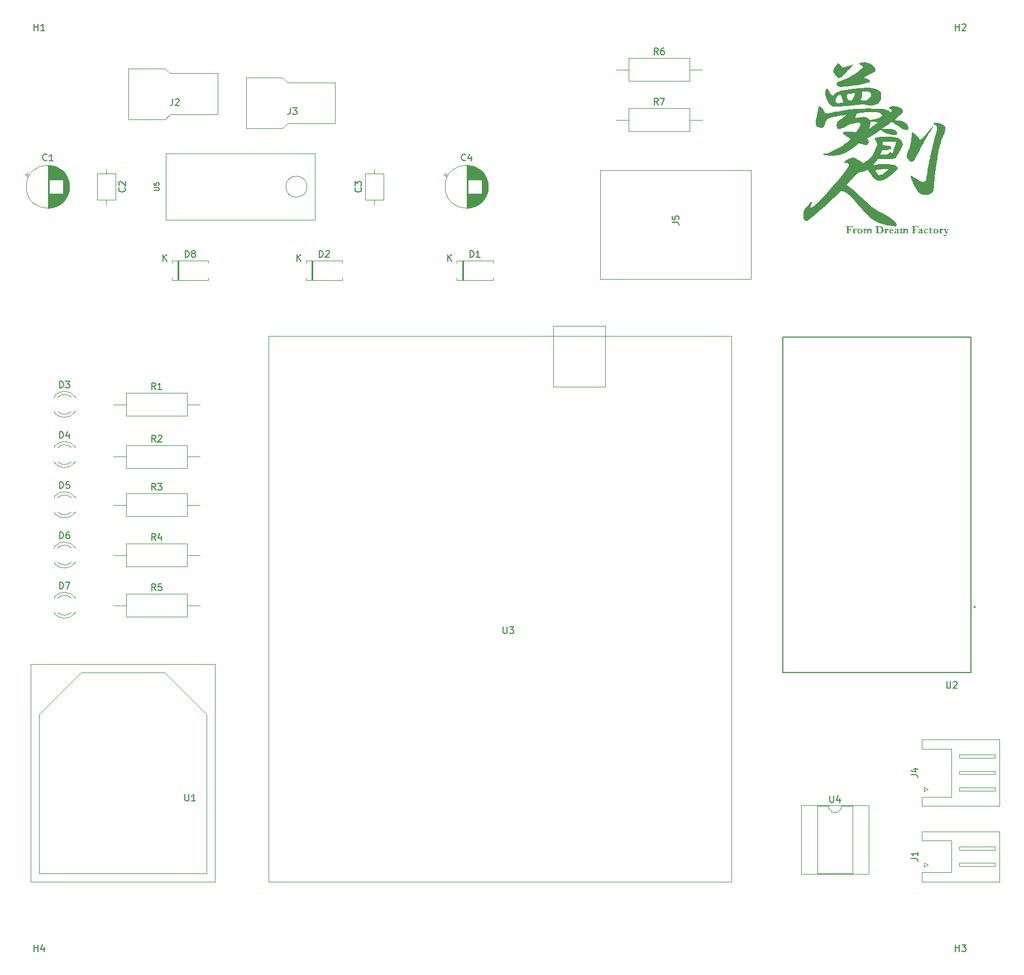
<source format=gbr>
G04 #@! TF.GenerationSoftware,KiCad,Pcbnew,7.0.2*
G04 #@! TF.CreationDate,2023-07-24T17:38:17+09:00*
G04 #@! TF.ProjectId,main_board,6d61696e-5f62-46f6-9172-642e6b696361,rev?*
G04 #@! TF.SameCoordinates,Original*
G04 #@! TF.FileFunction,Legend,Top*
G04 #@! TF.FilePolarity,Positive*
%FSLAX46Y46*%
G04 Gerber Fmt 4.6, Leading zero omitted, Abs format (unit mm)*
G04 Created by KiCad (PCBNEW 7.0.2) date 2023-07-24 17:38:17*
%MOMM*%
%LPD*%
G01*
G04 APERTURE LIST*
%ADD10C,0.150000*%
%ADD11C,0.120000*%
%ADD12C,0.127000*%
%ADD13C,0.200000*%
G04 APERTURE END LIST*
D10*
X55141905Y-58952619D02*
X55141905Y-57952619D01*
X55141905Y-57952619D02*
X55380000Y-57952619D01*
X55380000Y-57952619D02*
X55522857Y-58000238D01*
X55522857Y-58000238D02*
X55618095Y-58095476D01*
X55618095Y-58095476D02*
X55665714Y-58190714D01*
X55665714Y-58190714D02*
X55713333Y-58381190D01*
X55713333Y-58381190D02*
X55713333Y-58524047D01*
X55713333Y-58524047D02*
X55665714Y-58714523D01*
X55665714Y-58714523D02*
X55618095Y-58809761D01*
X55618095Y-58809761D02*
X55522857Y-58905000D01*
X55522857Y-58905000D02*
X55380000Y-58952619D01*
X55380000Y-58952619D02*
X55141905Y-58952619D01*
X56284762Y-58381190D02*
X56189524Y-58333571D01*
X56189524Y-58333571D02*
X56141905Y-58285952D01*
X56141905Y-58285952D02*
X56094286Y-58190714D01*
X56094286Y-58190714D02*
X56094286Y-58143095D01*
X56094286Y-58143095D02*
X56141905Y-58047857D01*
X56141905Y-58047857D02*
X56189524Y-58000238D01*
X56189524Y-58000238D02*
X56284762Y-57952619D01*
X56284762Y-57952619D02*
X56475238Y-57952619D01*
X56475238Y-57952619D02*
X56570476Y-58000238D01*
X56570476Y-58000238D02*
X56618095Y-58047857D01*
X56618095Y-58047857D02*
X56665714Y-58143095D01*
X56665714Y-58143095D02*
X56665714Y-58190714D01*
X56665714Y-58190714D02*
X56618095Y-58285952D01*
X56618095Y-58285952D02*
X56570476Y-58333571D01*
X56570476Y-58333571D02*
X56475238Y-58381190D01*
X56475238Y-58381190D02*
X56284762Y-58381190D01*
X56284762Y-58381190D02*
X56189524Y-58428809D01*
X56189524Y-58428809D02*
X56141905Y-58476428D01*
X56141905Y-58476428D02*
X56094286Y-58571666D01*
X56094286Y-58571666D02*
X56094286Y-58762142D01*
X56094286Y-58762142D02*
X56141905Y-58857380D01*
X56141905Y-58857380D02*
X56189524Y-58905000D01*
X56189524Y-58905000D02*
X56284762Y-58952619D01*
X56284762Y-58952619D02*
X56475238Y-58952619D01*
X56475238Y-58952619D02*
X56570476Y-58905000D01*
X56570476Y-58905000D02*
X56618095Y-58857380D01*
X56618095Y-58857380D02*
X56665714Y-58762142D01*
X56665714Y-58762142D02*
X56665714Y-58571666D01*
X56665714Y-58571666D02*
X56618095Y-58476428D01*
X56618095Y-58476428D02*
X56570476Y-58428809D01*
X56570476Y-58428809D02*
X56475238Y-58381190D01*
X51808095Y-59522619D02*
X51808095Y-58522619D01*
X52379523Y-59522619D02*
X51950952Y-58951190D01*
X52379523Y-58522619D02*
X51808095Y-59094047D01*
X81767380Y-48426666D02*
X81815000Y-48474285D01*
X81815000Y-48474285D02*
X81862619Y-48617142D01*
X81862619Y-48617142D02*
X81862619Y-48712380D01*
X81862619Y-48712380D02*
X81815000Y-48855237D01*
X81815000Y-48855237D02*
X81719761Y-48950475D01*
X81719761Y-48950475D02*
X81624523Y-48998094D01*
X81624523Y-48998094D02*
X81434047Y-49045713D01*
X81434047Y-49045713D02*
X81291190Y-49045713D01*
X81291190Y-49045713D02*
X81100714Y-48998094D01*
X81100714Y-48998094D02*
X81005476Y-48950475D01*
X81005476Y-48950475D02*
X80910238Y-48855237D01*
X80910238Y-48855237D02*
X80862619Y-48712380D01*
X80862619Y-48712380D02*
X80862619Y-48617142D01*
X80862619Y-48617142D02*
X80910238Y-48474285D01*
X80910238Y-48474285D02*
X80957857Y-48426666D01*
X80862619Y-48093332D02*
X80862619Y-47474285D01*
X80862619Y-47474285D02*
X81243571Y-47807618D01*
X81243571Y-47807618D02*
X81243571Y-47664761D01*
X81243571Y-47664761D02*
X81291190Y-47569523D01*
X81291190Y-47569523D02*
X81338809Y-47521904D01*
X81338809Y-47521904D02*
X81434047Y-47474285D01*
X81434047Y-47474285D02*
X81672142Y-47474285D01*
X81672142Y-47474285D02*
X81767380Y-47521904D01*
X81767380Y-47521904D02*
X81815000Y-47569523D01*
X81815000Y-47569523D02*
X81862619Y-47664761D01*
X81862619Y-47664761D02*
X81862619Y-47950475D01*
X81862619Y-47950475D02*
X81815000Y-48045713D01*
X81815000Y-48045713D02*
X81767380Y-48093332D01*
X170613095Y-123342619D02*
X170613095Y-124152142D01*
X170613095Y-124152142D02*
X170660714Y-124247380D01*
X170660714Y-124247380D02*
X170708333Y-124295000D01*
X170708333Y-124295000D02*
X170803571Y-124342619D01*
X170803571Y-124342619D02*
X170994047Y-124342619D01*
X170994047Y-124342619D02*
X171089285Y-124295000D01*
X171089285Y-124295000D02*
X171136904Y-124247380D01*
X171136904Y-124247380D02*
X171184523Y-124152142D01*
X171184523Y-124152142D02*
X171184523Y-123342619D01*
X171613095Y-123437857D02*
X171660714Y-123390238D01*
X171660714Y-123390238D02*
X171755952Y-123342619D01*
X171755952Y-123342619D02*
X171994047Y-123342619D01*
X171994047Y-123342619D02*
X172089285Y-123390238D01*
X172089285Y-123390238D02*
X172136904Y-123437857D01*
X172136904Y-123437857D02*
X172184523Y-123533095D01*
X172184523Y-123533095D02*
X172184523Y-123628333D01*
X172184523Y-123628333D02*
X172136904Y-123771190D01*
X172136904Y-123771190D02*
X171565476Y-124342619D01*
X171565476Y-124342619D02*
X172184523Y-124342619D01*
X165232619Y-150193333D02*
X165946904Y-150193333D01*
X165946904Y-150193333D02*
X166089761Y-150240952D01*
X166089761Y-150240952D02*
X166185000Y-150336190D01*
X166185000Y-150336190D02*
X166232619Y-150479047D01*
X166232619Y-150479047D02*
X166232619Y-150574285D01*
X166232619Y-149193333D02*
X166232619Y-149764761D01*
X166232619Y-149479047D02*
X165232619Y-149479047D01*
X165232619Y-149479047D02*
X165375476Y-149574285D01*
X165375476Y-149574285D02*
X165470714Y-149669523D01*
X165470714Y-149669523D02*
X165518333Y-149764761D01*
X50633333Y-101882619D02*
X50300000Y-101406428D01*
X50061905Y-101882619D02*
X50061905Y-100882619D01*
X50061905Y-100882619D02*
X50442857Y-100882619D01*
X50442857Y-100882619D02*
X50538095Y-100930238D01*
X50538095Y-100930238D02*
X50585714Y-100977857D01*
X50585714Y-100977857D02*
X50633333Y-101073095D01*
X50633333Y-101073095D02*
X50633333Y-101215952D01*
X50633333Y-101215952D02*
X50585714Y-101311190D01*
X50585714Y-101311190D02*
X50538095Y-101358809D01*
X50538095Y-101358809D02*
X50442857Y-101406428D01*
X50442857Y-101406428D02*
X50061905Y-101406428D01*
X51490476Y-101215952D02*
X51490476Y-101882619D01*
X51252381Y-100835000D02*
X51014286Y-101549285D01*
X51014286Y-101549285D02*
X51633333Y-101549285D01*
X50633333Y-109502619D02*
X50300000Y-109026428D01*
X50061905Y-109502619D02*
X50061905Y-108502619D01*
X50061905Y-108502619D02*
X50442857Y-108502619D01*
X50442857Y-108502619D02*
X50538095Y-108550238D01*
X50538095Y-108550238D02*
X50585714Y-108597857D01*
X50585714Y-108597857D02*
X50633333Y-108693095D01*
X50633333Y-108693095D02*
X50633333Y-108835952D01*
X50633333Y-108835952D02*
X50585714Y-108931190D01*
X50585714Y-108931190D02*
X50538095Y-108978809D01*
X50538095Y-108978809D02*
X50442857Y-109026428D01*
X50442857Y-109026428D02*
X50061905Y-109026428D01*
X51538095Y-108502619D02*
X51061905Y-108502619D01*
X51061905Y-108502619D02*
X51014286Y-108978809D01*
X51014286Y-108978809D02*
X51061905Y-108931190D01*
X51061905Y-108931190D02*
X51157143Y-108883571D01*
X51157143Y-108883571D02*
X51395238Y-108883571D01*
X51395238Y-108883571D02*
X51490476Y-108931190D01*
X51490476Y-108931190D02*
X51538095Y-108978809D01*
X51538095Y-108978809D02*
X51585714Y-109074047D01*
X51585714Y-109074047D02*
X51585714Y-109312142D01*
X51585714Y-109312142D02*
X51538095Y-109407380D01*
X51538095Y-109407380D02*
X51490476Y-109455000D01*
X51490476Y-109455000D02*
X51395238Y-109502619D01*
X51395238Y-109502619D02*
X51157143Y-109502619D01*
X51157143Y-109502619D02*
X51061905Y-109455000D01*
X51061905Y-109455000D02*
X51014286Y-109407380D01*
X36091905Y-78782619D02*
X36091905Y-77782619D01*
X36091905Y-77782619D02*
X36330000Y-77782619D01*
X36330000Y-77782619D02*
X36472857Y-77830238D01*
X36472857Y-77830238D02*
X36568095Y-77925476D01*
X36568095Y-77925476D02*
X36615714Y-78020714D01*
X36615714Y-78020714D02*
X36663333Y-78211190D01*
X36663333Y-78211190D02*
X36663333Y-78354047D01*
X36663333Y-78354047D02*
X36615714Y-78544523D01*
X36615714Y-78544523D02*
X36568095Y-78639761D01*
X36568095Y-78639761D02*
X36472857Y-78735000D01*
X36472857Y-78735000D02*
X36330000Y-78782619D01*
X36330000Y-78782619D02*
X36091905Y-78782619D01*
X36996667Y-77782619D02*
X37615714Y-77782619D01*
X37615714Y-77782619D02*
X37282381Y-78163571D01*
X37282381Y-78163571D02*
X37425238Y-78163571D01*
X37425238Y-78163571D02*
X37520476Y-78211190D01*
X37520476Y-78211190D02*
X37568095Y-78258809D01*
X37568095Y-78258809D02*
X37615714Y-78354047D01*
X37615714Y-78354047D02*
X37615714Y-78592142D01*
X37615714Y-78592142D02*
X37568095Y-78687380D01*
X37568095Y-78687380D02*
X37520476Y-78735000D01*
X37520476Y-78735000D02*
X37425238Y-78782619D01*
X37425238Y-78782619D02*
X37139524Y-78782619D01*
X37139524Y-78782619D02*
X37044286Y-78735000D01*
X37044286Y-78735000D02*
X36996667Y-78687380D01*
X126833333Y-35842619D02*
X126500000Y-35366428D01*
X126261905Y-35842619D02*
X126261905Y-34842619D01*
X126261905Y-34842619D02*
X126642857Y-34842619D01*
X126642857Y-34842619D02*
X126738095Y-34890238D01*
X126738095Y-34890238D02*
X126785714Y-34937857D01*
X126785714Y-34937857D02*
X126833333Y-35033095D01*
X126833333Y-35033095D02*
X126833333Y-35175952D01*
X126833333Y-35175952D02*
X126785714Y-35271190D01*
X126785714Y-35271190D02*
X126738095Y-35318809D01*
X126738095Y-35318809D02*
X126642857Y-35366428D01*
X126642857Y-35366428D02*
X126261905Y-35366428D01*
X127166667Y-34842619D02*
X127833333Y-34842619D01*
X127833333Y-34842619D02*
X127404762Y-35842619D01*
X98321905Y-58952619D02*
X98321905Y-57952619D01*
X98321905Y-57952619D02*
X98560000Y-57952619D01*
X98560000Y-57952619D02*
X98702857Y-58000238D01*
X98702857Y-58000238D02*
X98798095Y-58095476D01*
X98798095Y-58095476D02*
X98845714Y-58190714D01*
X98845714Y-58190714D02*
X98893333Y-58381190D01*
X98893333Y-58381190D02*
X98893333Y-58524047D01*
X98893333Y-58524047D02*
X98845714Y-58714523D01*
X98845714Y-58714523D02*
X98798095Y-58809761D01*
X98798095Y-58809761D02*
X98702857Y-58905000D01*
X98702857Y-58905000D02*
X98560000Y-58952619D01*
X98560000Y-58952619D02*
X98321905Y-58952619D01*
X99845714Y-58952619D02*
X99274286Y-58952619D01*
X99560000Y-58952619D02*
X99560000Y-57952619D01*
X99560000Y-57952619D02*
X99464762Y-58095476D01*
X99464762Y-58095476D02*
X99369524Y-58190714D01*
X99369524Y-58190714D02*
X99274286Y-58238333D01*
X94988095Y-59522619D02*
X94988095Y-58522619D01*
X95559523Y-59522619D02*
X95130952Y-58951190D01*
X95559523Y-58522619D02*
X94988095Y-59094047D01*
X50633333Y-86972619D02*
X50300000Y-86496428D01*
X50061905Y-86972619D02*
X50061905Y-85972619D01*
X50061905Y-85972619D02*
X50442857Y-85972619D01*
X50442857Y-85972619D02*
X50538095Y-86020238D01*
X50538095Y-86020238D02*
X50585714Y-86067857D01*
X50585714Y-86067857D02*
X50633333Y-86163095D01*
X50633333Y-86163095D02*
X50633333Y-86305952D01*
X50633333Y-86305952D02*
X50585714Y-86401190D01*
X50585714Y-86401190D02*
X50538095Y-86448809D01*
X50538095Y-86448809D02*
X50442857Y-86496428D01*
X50442857Y-86496428D02*
X50061905Y-86496428D01*
X51014286Y-86067857D02*
X51061905Y-86020238D01*
X51061905Y-86020238D02*
X51157143Y-85972619D01*
X51157143Y-85972619D02*
X51395238Y-85972619D01*
X51395238Y-85972619D02*
X51490476Y-86020238D01*
X51490476Y-86020238D02*
X51538095Y-86067857D01*
X51538095Y-86067857D02*
X51585714Y-86163095D01*
X51585714Y-86163095D02*
X51585714Y-86258333D01*
X51585714Y-86258333D02*
X51538095Y-86401190D01*
X51538095Y-86401190D02*
X50966667Y-86972619D01*
X50966667Y-86972619D02*
X51585714Y-86972619D01*
X75461905Y-58952619D02*
X75461905Y-57952619D01*
X75461905Y-57952619D02*
X75700000Y-57952619D01*
X75700000Y-57952619D02*
X75842857Y-58000238D01*
X75842857Y-58000238D02*
X75938095Y-58095476D01*
X75938095Y-58095476D02*
X75985714Y-58190714D01*
X75985714Y-58190714D02*
X76033333Y-58381190D01*
X76033333Y-58381190D02*
X76033333Y-58524047D01*
X76033333Y-58524047D02*
X75985714Y-58714523D01*
X75985714Y-58714523D02*
X75938095Y-58809761D01*
X75938095Y-58809761D02*
X75842857Y-58905000D01*
X75842857Y-58905000D02*
X75700000Y-58952619D01*
X75700000Y-58952619D02*
X75461905Y-58952619D01*
X76414286Y-58047857D02*
X76461905Y-58000238D01*
X76461905Y-58000238D02*
X76557143Y-57952619D01*
X76557143Y-57952619D02*
X76795238Y-57952619D01*
X76795238Y-57952619D02*
X76890476Y-58000238D01*
X76890476Y-58000238D02*
X76938095Y-58047857D01*
X76938095Y-58047857D02*
X76985714Y-58143095D01*
X76985714Y-58143095D02*
X76985714Y-58238333D01*
X76985714Y-58238333D02*
X76938095Y-58381190D01*
X76938095Y-58381190D02*
X76366667Y-58952619D01*
X76366667Y-58952619D02*
X76985714Y-58952619D01*
X72128095Y-59522619D02*
X72128095Y-58522619D01*
X72699523Y-59522619D02*
X72270952Y-58951190D01*
X72699523Y-58522619D02*
X72128095Y-59094047D01*
X36091905Y-94022619D02*
X36091905Y-93022619D01*
X36091905Y-93022619D02*
X36330000Y-93022619D01*
X36330000Y-93022619D02*
X36472857Y-93070238D01*
X36472857Y-93070238D02*
X36568095Y-93165476D01*
X36568095Y-93165476D02*
X36615714Y-93260714D01*
X36615714Y-93260714D02*
X36663333Y-93451190D01*
X36663333Y-93451190D02*
X36663333Y-93594047D01*
X36663333Y-93594047D02*
X36615714Y-93784523D01*
X36615714Y-93784523D02*
X36568095Y-93879761D01*
X36568095Y-93879761D02*
X36472857Y-93975000D01*
X36472857Y-93975000D02*
X36330000Y-94022619D01*
X36330000Y-94022619D02*
X36091905Y-94022619D01*
X37568095Y-93022619D02*
X37091905Y-93022619D01*
X37091905Y-93022619D02*
X37044286Y-93498809D01*
X37044286Y-93498809D02*
X37091905Y-93451190D01*
X37091905Y-93451190D02*
X37187143Y-93403571D01*
X37187143Y-93403571D02*
X37425238Y-93403571D01*
X37425238Y-93403571D02*
X37520476Y-93451190D01*
X37520476Y-93451190D02*
X37568095Y-93498809D01*
X37568095Y-93498809D02*
X37615714Y-93594047D01*
X37615714Y-93594047D02*
X37615714Y-93832142D01*
X37615714Y-93832142D02*
X37568095Y-93927380D01*
X37568095Y-93927380D02*
X37520476Y-93975000D01*
X37520476Y-93975000D02*
X37425238Y-94022619D01*
X37425238Y-94022619D02*
X37187143Y-94022619D01*
X37187143Y-94022619D02*
X37091905Y-93975000D01*
X37091905Y-93975000D02*
X37044286Y-93927380D01*
X55118095Y-140432619D02*
X55118095Y-141242142D01*
X55118095Y-141242142D02*
X55165714Y-141337380D01*
X55165714Y-141337380D02*
X55213333Y-141385000D01*
X55213333Y-141385000D02*
X55308571Y-141432619D01*
X55308571Y-141432619D02*
X55499047Y-141432619D01*
X55499047Y-141432619D02*
X55594285Y-141385000D01*
X55594285Y-141385000D02*
X55641904Y-141337380D01*
X55641904Y-141337380D02*
X55689523Y-141242142D01*
X55689523Y-141242142D02*
X55689523Y-140432619D01*
X56689523Y-141432619D02*
X56118095Y-141432619D01*
X56403809Y-141432619D02*
X56403809Y-140432619D01*
X56403809Y-140432619D02*
X56308571Y-140575476D01*
X56308571Y-140575476D02*
X56213333Y-140670714D01*
X56213333Y-140670714D02*
X56118095Y-140718333D01*
X36091905Y-101642619D02*
X36091905Y-100642619D01*
X36091905Y-100642619D02*
X36330000Y-100642619D01*
X36330000Y-100642619D02*
X36472857Y-100690238D01*
X36472857Y-100690238D02*
X36568095Y-100785476D01*
X36568095Y-100785476D02*
X36615714Y-100880714D01*
X36615714Y-100880714D02*
X36663333Y-101071190D01*
X36663333Y-101071190D02*
X36663333Y-101214047D01*
X36663333Y-101214047D02*
X36615714Y-101404523D01*
X36615714Y-101404523D02*
X36568095Y-101499761D01*
X36568095Y-101499761D02*
X36472857Y-101595000D01*
X36472857Y-101595000D02*
X36330000Y-101642619D01*
X36330000Y-101642619D02*
X36091905Y-101642619D01*
X37520476Y-100642619D02*
X37330000Y-100642619D01*
X37330000Y-100642619D02*
X37234762Y-100690238D01*
X37234762Y-100690238D02*
X37187143Y-100737857D01*
X37187143Y-100737857D02*
X37091905Y-100880714D01*
X37091905Y-100880714D02*
X37044286Y-101071190D01*
X37044286Y-101071190D02*
X37044286Y-101452142D01*
X37044286Y-101452142D02*
X37091905Y-101547380D01*
X37091905Y-101547380D02*
X37139524Y-101595000D01*
X37139524Y-101595000D02*
X37234762Y-101642619D01*
X37234762Y-101642619D02*
X37425238Y-101642619D01*
X37425238Y-101642619D02*
X37520476Y-101595000D01*
X37520476Y-101595000D02*
X37568095Y-101547380D01*
X37568095Y-101547380D02*
X37615714Y-101452142D01*
X37615714Y-101452142D02*
X37615714Y-101214047D01*
X37615714Y-101214047D02*
X37568095Y-101118809D01*
X37568095Y-101118809D02*
X37520476Y-101071190D01*
X37520476Y-101071190D02*
X37425238Y-101023571D01*
X37425238Y-101023571D02*
X37234762Y-101023571D01*
X37234762Y-101023571D02*
X37139524Y-101071190D01*
X37139524Y-101071190D02*
X37091905Y-101118809D01*
X37091905Y-101118809D02*
X37044286Y-101214047D01*
X32258095Y-24552619D02*
X32258095Y-23552619D01*
X32258095Y-24028809D02*
X32829523Y-24028809D01*
X32829523Y-24552619D02*
X32829523Y-23552619D01*
X33829523Y-24552619D02*
X33258095Y-24552619D01*
X33543809Y-24552619D02*
X33543809Y-23552619D01*
X33543809Y-23552619D02*
X33448571Y-23695476D01*
X33448571Y-23695476D02*
X33353333Y-23790714D01*
X33353333Y-23790714D02*
X33258095Y-23838333D01*
X45967380Y-48426666D02*
X46015000Y-48474285D01*
X46015000Y-48474285D02*
X46062619Y-48617142D01*
X46062619Y-48617142D02*
X46062619Y-48712380D01*
X46062619Y-48712380D02*
X46015000Y-48855237D01*
X46015000Y-48855237D02*
X45919761Y-48950475D01*
X45919761Y-48950475D02*
X45824523Y-48998094D01*
X45824523Y-48998094D02*
X45634047Y-49045713D01*
X45634047Y-49045713D02*
X45491190Y-49045713D01*
X45491190Y-49045713D02*
X45300714Y-48998094D01*
X45300714Y-48998094D02*
X45205476Y-48950475D01*
X45205476Y-48950475D02*
X45110238Y-48855237D01*
X45110238Y-48855237D02*
X45062619Y-48712380D01*
X45062619Y-48712380D02*
X45062619Y-48617142D01*
X45062619Y-48617142D02*
X45110238Y-48474285D01*
X45110238Y-48474285D02*
X45157857Y-48426666D01*
X45157857Y-48045713D02*
X45110238Y-47998094D01*
X45110238Y-47998094D02*
X45062619Y-47902856D01*
X45062619Y-47902856D02*
X45062619Y-47664761D01*
X45062619Y-47664761D02*
X45110238Y-47569523D01*
X45110238Y-47569523D02*
X45157857Y-47521904D01*
X45157857Y-47521904D02*
X45253095Y-47474285D01*
X45253095Y-47474285D02*
X45348333Y-47474285D01*
X45348333Y-47474285D02*
X45491190Y-47521904D01*
X45491190Y-47521904D02*
X46062619Y-48093332D01*
X46062619Y-48093332D02*
X46062619Y-47474285D01*
X71056666Y-36292619D02*
X71056666Y-37006904D01*
X71056666Y-37006904D02*
X71009047Y-37149761D01*
X71009047Y-37149761D02*
X70913809Y-37245000D01*
X70913809Y-37245000D02*
X70770952Y-37292619D01*
X70770952Y-37292619D02*
X70675714Y-37292619D01*
X71437619Y-36292619D02*
X72056666Y-36292619D01*
X72056666Y-36292619D02*
X71723333Y-36673571D01*
X71723333Y-36673571D02*
X71866190Y-36673571D01*
X71866190Y-36673571D02*
X71961428Y-36721190D01*
X71961428Y-36721190D02*
X72009047Y-36768809D01*
X72009047Y-36768809D02*
X72056666Y-36864047D01*
X72056666Y-36864047D02*
X72056666Y-37102142D01*
X72056666Y-37102142D02*
X72009047Y-37197380D01*
X72009047Y-37197380D02*
X71961428Y-37245000D01*
X71961428Y-37245000D02*
X71866190Y-37292619D01*
X71866190Y-37292619D02*
X71580476Y-37292619D01*
X71580476Y-37292619D02*
X71485238Y-37245000D01*
X71485238Y-37245000D02*
X71437619Y-37197380D01*
X171958095Y-24552619D02*
X171958095Y-23552619D01*
X171958095Y-24028809D02*
X172529523Y-24028809D01*
X172529523Y-24552619D02*
X172529523Y-23552619D01*
X172958095Y-23647857D02*
X173005714Y-23600238D01*
X173005714Y-23600238D02*
X173100952Y-23552619D01*
X173100952Y-23552619D02*
X173339047Y-23552619D01*
X173339047Y-23552619D02*
X173434285Y-23600238D01*
X173434285Y-23600238D02*
X173481904Y-23647857D01*
X173481904Y-23647857D02*
X173529523Y-23743095D01*
X173529523Y-23743095D02*
X173529523Y-23838333D01*
X173529523Y-23838333D02*
X173481904Y-23981190D01*
X173481904Y-23981190D02*
X172910476Y-24552619D01*
X172910476Y-24552619D02*
X173529523Y-24552619D01*
X36091905Y-86402619D02*
X36091905Y-85402619D01*
X36091905Y-85402619D02*
X36330000Y-85402619D01*
X36330000Y-85402619D02*
X36472857Y-85450238D01*
X36472857Y-85450238D02*
X36568095Y-85545476D01*
X36568095Y-85545476D02*
X36615714Y-85640714D01*
X36615714Y-85640714D02*
X36663333Y-85831190D01*
X36663333Y-85831190D02*
X36663333Y-85974047D01*
X36663333Y-85974047D02*
X36615714Y-86164523D01*
X36615714Y-86164523D02*
X36568095Y-86259761D01*
X36568095Y-86259761D02*
X36472857Y-86355000D01*
X36472857Y-86355000D02*
X36330000Y-86402619D01*
X36330000Y-86402619D02*
X36091905Y-86402619D01*
X37520476Y-85735952D02*
X37520476Y-86402619D01*
X37282381Y-85355000D02*
X37044286Y-86069285D01*
X37044286Y-86069285D02*
X37663333Y-86069285D01*
X171958095Y-164252619D02*
X171958095Y-163252619D01*
X171958095Y-163728809D02*
X172529523Y-163728809D01*
X172529523Y-164252619D02*
X172529523Y-163252619D01*
X172910476Y-163252619D02*
X173529523Y-163252619D01*
X173529523Y-163252619D02*
X173196190Y-163633571D01*
X173196190Y-163633571D02*
X173339047Y-163633571D01*
X173339047Y-163633571D02*
X173434285Y-163681190D01*
X173434285Y-163681190D02*
X173481904Y-163728809D01*
X173481904Y-163728809D02*
X173529523Y-163824047D01*
X173529523Y-163824047D02*
X173529523Y-164062142D01*
X173529523Y-164062142D02*
X173481904Y-164157380D01*
X173481904Y-164157380D02*
X173434285Y-164205000D01*
X173434285Y-164205000D02*
X173339047Y-164252619D01*
X173339047Y-164252619D02*
X173053333Y-164252619D01*
X173053333Y-164252619D02*
X172958095Y-164205000D01*
X172958095Y-164205000D02*
X172910476Y-164157380D01*
X32258095Y-164252619D02*
X32258095Y-163252619D01*
X32258095Y-163728809D02*
X32829523Y-163728809D01*
X32829523Y-164252619D02*
X32829523Y-163252619D01*
X33734285Y-163585952D02*
X33734285Y-164252619D01*
X33496190Y-163205000D02*
X33258095Y-163919285D01*
X33258095Y-163919285D02*
X33877142Y-163919285D01*
X129002619Y-53673333D02*
X129716904Y-53673333D01*
X129716904Y-53673333D02*
X129859761Y-53720952D01*
X129859761Y-53720952D02*
X129955000Y-53816190D01*
X129955000Y-53816190D02*
X130002619Y-53959047D01*
X130002619Y-53959047D02*
X130002619Y-54054285D01*
X129002619Y-52720952D02*
X129002619Y-53197142D01*
X129002619Y-53197142D02*
X129478809Y-53244761D01*
X129478809Y-53244761D02*
X129431190Y-53197142D01*
X129431190Y-53197142D02*
X129383571Y-53101904D01*
X129383571Y-53101904D02*
X129383571Y-52863809D01*
X129383571Y-52863809D02*
X129431190Y-52768571D01*
X129431190Y-52768571D02*
X129478809Y-52720952D01*
X129478809Y-52720952D02*
X129574047Y-52673333D01*
X129574047Y-52673333D02*
X129812142Y-52673333D01*
X129812142Y-52673333D02*
X129907380Y-52720952D01*
X129907380Y-52720952D02*
X129955000Y-52768571D01*
X129955000Y-52768571D02*
X130002619Y-52863809D01*
X130002619Y-52863809D02*
X130002619Y-53101904D01*
X130002619Y-53101904D02*
X129955000Y-53197142D01*
X129955000Y-53197142D02*
X129907380Y-53244761D01*
X50396964Y-48831428D02*
X51004107Y-48831428D01*
X51004107Y-48831428D02*
X51075535Y-48795714D01*
X51075535Y-48795714D02*
X51111250Y-48760000D01*
X51111250Y-48760000D02*
X51146964Y-48688571D01*
X51146964Y-48688571D02*
X51146964Y-48545714D01*
X51146964Y-48545714D02*
X51111250Y-48474285D01*
X51111250Y-48474285D02*
X51075535Y-48438571D01*
X51075535Y-48438571D02*
X51004107Y-48402857D01*
X51004107Y-48402857D02*
X50396964Y-48402857D01*
X50396964Y-47688571D02*
X50396964Y-48045714D01*
X50396964Y-48045714D02*
X50754107Y-48081428D01*
X50754107Y-48081428D02*
X50718392Y-48045714D01*
X50718392Y-48045714D02*
X50682678Y-47974286D01*
X50682678Y-47974286D02*
X50682678Y-47795714D01*
X50682678Y-47795714D02*
X50718392Y-47724286D01*
X50718392Y-47724286D02*
X50754107Y-47688571D01*
X50754107Y-47688571D02*
X50825535Y-47652857D01*
X50825535Y-47652857D02*
X51004107Y-47652857D01*
X51004107Y-47652857D02*
X51075535Y-47688571D01*
X51075535Y-47688571D02*
X51111250Y-47724286D01*
X51111250Y-47724286D02*
X51146964Y-47795714D01*
X51146964Y-47795714D02*
X51146964Y-47974286D01*
X51146964Y-47974286D02*
X51111250Y-48045714D01*
X51111250Y-48045714D02*
X51075535Y-48081428D01*
X50633333Y-94262619D02*
X50300000Y-93786428D01*
X50061905Y-94262619D02*
X50061905Y-93262619D01*
X50061905Y-93262619D02*
X50442857Y-93262619D01*
X50442857Y-93262619D02*
X50538095Y-93310238D01*
X50538095Y-93310238D02*
X50585714Y-93357857D01*
X50585714Y-93357857D02*
X50633333Y-93453095D01*
X50633333Y-93453095D02*
X50633333Y-93595952D01*
X50633333Y-93595952D02*
X50585714Y-93691190D01*
X50585714Y-93691190D02*
X50538095Y-93738809D01*
X50538095Y-93738809D02*
X50442857Y-93786428D01*
X50442857Y-93786428D02*
X50061905Y-93786428D01*
X50966667Y-93262619D02*
X51585714Y-93262619D01*
X51585714Y-93262619D02*
X51252381Y-93643571D01*
X51252381Y-93643571D02*
X51395238Y-93643571D01*
X51395238Y-93643571D02*
X51490476Y-93691190D01*
X51490476Y-93691190D02*
X51538095Y-93738809D01*
X51538095Y-93738809D02*
X51585714Y-93834047D01*
X51585714Y-93834047D02*
X51585714Y-94072142D01*
X51585714Y-94072142D02*
X51538095Y-94167380D01*
X51538095Y-94167380D02*
X51490476Y-94215000D01*
X51490476Y-94215000D02*
X51395238Y-94262619D01*
X51395238Y-94262619D02*
X51109524Y-94262619D01*
X51109524Y-94262619D02*
X51014286Y-94215000D01*
X51014286Y-94215000D02*
X50966667Y-94167380D01*
X50633333Y-79022619D02*
X50300000Y-78546428D01*
X50061905Y-79022619D02*
X50061905Y-78022619D01*
X50061905Y-78022619D02*
X50442857Y-78022619D01*
X50442857Y-78022619D02*
X50538095Y-78070238D01*
X50538095Y-78070238D02*
X50585714Y-78117857D01*
X50585714Y-78117857D02*
X50633333Y-78213095D01*
X50633333Y-78213095D02*
X50633333Y-78355952D01*
X50633333Y-78355952D02*
X50585714Y-78451190D01*
X50585714Y-78451190D02*
X50538095Y-78498809D01*
X50538095Y-78498809D02*
X50442857Y-78546428D01*
X50442857Y-78546428D02*
X50061905Y-78546428D01*
X51585714Y-79022619D02*
X51014286Y-79022619D01*
X51300000Y-79022619D02*
X51300000Y-78022619D01*
X51300000Y-78022619D02*
X51204762Y-78165476D01*
X51204762Y-78165476D02*
X51109524Y-78260714D01*
X51109524Y-78260714D02*
X51014286Y-78308333D01*
X53226666Y-34927619D02*
X53226666Y-35641904D01*
X53226666Y-35641904D02*
X53179047Y-35784761D01*
X53179047Y-35784761D02*
X53083809Y-35880000D01*
X53083809Y-35880000D02*
X52940952Y-35927619D01*
X52940952Y-35927619D02*
X52845714Y-35927619D01*
X53655238Y-35022857D02*
X53702857Y-34975238D01*
X53702857Y-34975238D02*
X53798095Y-34927619D01*
X53798095Y-34927619D02*
X54036190Y-34927619D01*
X54036190Y-34927619D02*
X54131428Y-34975238D01*
X54131428Y-34975238D02*
X54179047Y-35022857D01*
X54179047Y-35022857D02*
X54226666Y-35118095D01*
X54226666Y-35118095D02*
X54226666Y-35213333D01*
X54226666Y-35213333D02*
X54179047Y-35356190D01*
X54179047Y-35356190D02*
X53607619Y-35927619D01*
X53607619Y-35927619D02*
X54226666Y-35927619D01*
X165232619Y-137493333D02*
X165946904Y-137493333D01*
X165946904Y-137493333D02*
X166089761Y-137540952D01*
X166089761Y-137540952D02*
X166185000Y-137636190D01*
X166185000Y-137636190D02*
X166232619Y-137779047D01*
X166232619Y-137779047D02*
X166232619Y-137874285D01*
X165565952Y-136588571D02*
X166232619Y-136588571D01*
X165185000Y-136826666D02*
X165899285Y-137064761D01*
X165899285Y-137064761D02*
X165899285Y-136445714D01*
X34143333Y-44227380D02*
X34095714Y-44275000D01*
X34095714Y-44275000D02*
X33952857Y-44322619D01*
X33952857Y-44322619D02*
X33857619Y-44322619D01*
X33857619Y-44322619D02*
X33714762Y-44275000D01*
X33714762Y-44275000D02*
X33619524Y-44179761D01*
X33619524Y-44179761D02*
X33571905Y-44084523D01*
X33571905Y-44084523D02*
X33524286Y-43894047D01*
X33524286Y-43894047D02*
X33524286Y-43751190D01*
X33524286Y-43751190D02*
X33571905Y-43560714D01*
X33571905Y-43560714D02*
X33619524Y-43465476D01*
X33619524Y-43465476D02*
X33714762Y-43370238D01*
X33714762Y-43370238D02*
X33857619Y-43322619D01*
X33857619Y-43322619D02*
X33952857Y-43322619D01*
X33952857Y-43322619D02*
X34095714Y-43370238D01*
X34095714Y-43370238D02*
X34143333Y-43417857D01*
X35095714Y-44322619D02*
X34524286Y-44322619D01*
X34810000Y-44322619D02*
X34810000Y-43322619D01*
X34810000Y-43322619D02*
X34714762Y-43465476D01*
X34714762Y-43465476D02*
X34619524Y-43560714D01*
X34619524Y-43560714D02*
X34524286Y-43608333D01*
X97643333Y-44227380D02*
X97595714Y-44275000D01*
X97595714Y-44275000D02*
X97452857Y-44322619D01*
X97452857Y-44322619D02*
X97357619Y-44322619D01*
X97357619Y-44322619D02*
X97214762Y-44275000D01*
X97214762Y-44275000D02*
X97119524Y-44179761D01*
X97119524Y-44179761D02*
X97071905Y-44084523D01*
X97071905Y-44084523D02*
X97024286Y-43894047D01*
X97024286Y-43894047D02*
X97024286Y-43751190D01*
X97024286Y-43751190D02*
X97071905Y-43560714D01*
X97071905Y-43560714D02*
X97119524Y-43465476D01*
X97119524Y-43465476D02*
X97214762Y-43370238D01*
X97214762Y-43370238D02*
X97357619Y-43322619D01*
X97357619Y-43322619D02*
X97452857Y-43322619D01*
X97452857Y-43322619D02*
X97595714Y-43370238D01*
X97595714Y-43370238D02*
X97643333Y-43417857D01*
X98500476Y-43655952D02*
X98500476Y-44322619D01*
X98262381Y-43275000D02*
X98024286Y-43989285D01*
X98024286Y-43989285D02*
X98643333Y-43989285D01*
X36091905Y-109262619D02*
X36091905Y-108262619D01*
X36091905Y-108262619D02*
X36330000Y-108262619D01*
X36330000Y-108262619D02*
X36472857Y-108310238D01*
X36472857Y-108310238D02*
X36568095Y-108405476D01*
X36568095Y-108405476D02*
X36615714Y-108500714D01*
X36615714Y-108500714D02*
X36663333Y-108691190D01*
X36663333Y-108691190D02*
X36663333Y-108834047D01*
X36663333Y-108834047D02*
X36615714Y-109024523D01*
X36615714Y-109024523D02*
X36568095Y-109119761D01*
X36568095Y-109119761D02*
X36472857Y-109215000D01*
X36472857Y-109215000D02*
X36330000Y-109262619D01*
X36330000Y-109262619D02*
X36091905Y-109262619D01*
X36996667Y-108262619D02*
X37663333Y-108262619D01*
X37663333Y-108262619D02*
X37234762Y-109262619D01*
X126833333Y-28222619D02*
X126500000Y-27746428D01*
X126261905Y-28222619D02*
X126261905Y-27222619D01*
X126261905Y-27222619D02*
X126642857Y-27222619D01*
X126642857Y-27222619D02*
X126738095Y-27270238D01*
X126738095Y-27270238D02*
X126785714Y-27317857D01*
X126785714Y-27317857D02*
X126833333Y-27413095D01*
X126833333Y-27413095D02*
X126833333Y-27555952D01*
X126833333Y-27555952D02*
X126785714Y-27651190D01*
X126785714Y-27651190D02*
X126738095Y-27698809D01*
X126738095Y-27698809D02*
X126642857Y-27746428D01*
X126642857Y-27746428D02*
X126261905Y-27746428D01*
X127690476Y-27222619D02*
X127500000Y-27222619D01*
X127500000Y-27222619D02*
X127404762Y-27270238D01*
X127404762Y-27270238D02*
X127357143Y-27317857D01*
X127357143Y-27317857D02*
X127261905Y-27460714D01*
X127261905Y-27460714D02*
X127214286Y-27651190D01*
X127214286Y-27651190D02*
X127214286Y-28032142D01*
X127214286Y-28032142D02*
X127261905Y-28127380D01*
X127261905Y-28127380D02*
X127309524Y-28175000D01*
X127309524Y-28175000D02*
X127404762Y-28222619D01*
X127404762Y-28222619D02*
X127595238Y-28222619D01*
X127595238Y-28222619D02*
X127690476Y-28175000D01*
X127690476Y-28175000D02*
X127738095Y-28127380D01*
X127738095Y-28127380D02*
X127785714Y-28032142D01*
X127785714Y-28032142D02*
X127785714Y-27794047D01*
X127785714Y-27794047D02*
X127738095Y-27698809D01*
X127738095Y-27698809D02*
X127690476Y-27651190D01*
X127690476Y-27651190D02*
X127595238Y-27603571D01*
X127595238Y-27603571D02*
X127404762Y-27603571D01*
X127404762Y-27603571D02*
X127309524Y-27651190D01*
X127309524Y-27651190D02*
X127261905Y-27698809D01*
X127261905Y-27698809D02*
X127214286Y-27794047D01*
X103378095Y-115032619D02*
X103378095Y-115842142D01*
X103378095Y-115842142D02*
X103425714Y-115937380D01*
X103425714Y-115937380D02*
X103473333Y-115985000D01*
X103473333Y-115985000D02*
X103568571Y-116032619D01*
X103568571Y-116032619D02*
X103759047Y-116032619D01*
X103759047Y-116032619D02*
X103854285Y-115985000D01*
X103854285Y-115985000D02*
X103901904Y-115937380D01*
X103901904Y-115937380D02*
X103949523Y-115842142D01*
X103949523Y-115842142D02*
X103949523Y-115032619D01*
X104330476Y-115032619D02*
X104949523Y-115032619D01*
X104949523Y-115032619D02*
X104616190Y-115413571D01*
X104616190Y-115413571D02*
X104759047Y-115413571D01*
X104759047Y-115413571D02*
X104854285Y-115461190D01*
X104854285Y-115461190D02*
X104901904Y-115508809D01*
X104901904Y-115508809D02*
X104949523Y-115604047D01*
X104949523Y-115604047D02*
X104949523Y-115842142D01*
X104949523Y-115842142D02*
X104901904Y-115937380D01*
X104901904Y-115937380D02*
X104854285Y-115985000D01*
X104854285Y-115985000D02*
X104759047Y-116032619D01*
X104759047Y-116032619D02*
X104473333Y-116032619D01*
X104473333Y-116032619D02*
X104378095Y-115985000D01*
X104378095Y-115985000D02*
X104330476Y-115937380D01*
X152908095Y-140652619D02*
X152908095Y-141462142D01*
X152908095Y-141462142D02*
X152955714Y-141557380D01*
X152955714Y-141557380D02*
X153003333Y-141605000D01*
X153003333Y-141605000D02*
X153098571Y-141652619D01*
X153098571Y-141652619D02*
X153289047Y-141652619D01*
X153289047Y-141652619D02*
X153384285Y-141605000D01*
X153384285Y-141605000D02*
X153431904Y-141557380D01*
X153431904Y-141557380D02*
X153479523Y-141462142D01*
X153479523Y-141462142D02*
X153479523Y-140652619D01*
X154384285Y-140985952D02*
X154384285Y-141652619D01*
X154146190Y-140605000D02*
X153908095Y-141319285D01*
X153908095Y-141319285D02*
X154527142Y-141319285D01*
G36*
X168209779Y-54488671D02*
G01*
X168217751Y-54627144D01*
X168337263Y-54627144D01*
X168416346Y-54635232D01*
X168447356Y-54654441D01*
X168431543Y-54677188D01*
X168370160Y-54695892D01*
X168325042Y-54701195D01*
X168214995Y-54709305D01*
X168214995Y-54940131D01*
X168218944Y-55083742D01*
X168233508Y-55180263D01*
X168262761Y-55234947D01*
X168310777Y-55253049D01*
X168381628Y-55239822D01*
X168432596Y-55220773D01*
X168472230Y-55213112D01*
X168477956Y-55230572D01*
X168454251Y-55262086D01*
X168405590Y-55296589D01*
X168400936Y-55299053D01*
X168280009Y-55334450D01*
X168154540Y-55325057D01*
X168119754Y-55313453D01*
X168079270Y-55289558D01*
X168052275Y-55250413D01*
X168036395Y-55186617D01*
X168029255Y-55088772D01*
X168028440Y-54951932D01*
X168030661Y-54709637D01*
X167944790Y-54701206D01*
X167858920Y-54692775D01*
X167970662Y-54633229D01*
X168085908Y-54542797D01*
X168142106Y-54461940D01*
X168201807Y-54350197D01*
X168209779Y-54488671D01*
G37*
G36*
X167633649Y-54652746D02*
G01*
X167710064Y-54691787D01*
X167755047Y-54747101D01*
X167761171Y-54797133D01*
X167736524Y-54848883D01*
X167691069Y-54860680D01*
X167636525Y-54834100D01*
X167586285Y-54773598D01*
X167531297Y-54702591D01*
X167477888Y-54682628D01*
X167421718Y-54712334D01*
X167414569Y-54719189D01*
X167369760Y-54793540D01*
X167351547Y-54889938D01*
X167356924Y-54995725D01*
X167382886Y-55098239D01*
X167426431Y-55184822D01*
X167484553Y-55242811D01*
X167542944Y-55260166D01*
X167628363Y-55236379D01*
X167695874Y-55175116D01*
X167714462Y-55139871D01*
X167741935Y-55091703D01*
X167765951Y-55075535D01*
X167791653Y-55093072D01*
X167784277Y-55138849D01*
X167746815Y-55202614D01*
X167718880Y-55236763D01*
X167622721Y-55307601D01*
X167506504Y-55337576D01*
X167385390Y-55325098D01*
X167292222Y-55281507D01*
X167196242Y-55194492D01*
X167145933Y-55089594D01*
X167134070Y-54983219D01*
X167158211Y-54852281D01*
X167227414Y-54743524D01*
X167332022Y-54668182D01*
X167433007Y-54637452D01*
X167537423Y-54633471D01*
X167633649Y-54652746D01*
G37*
G36*
X157567712Y-54644929D02*
G01*
X157686982Y-54702479D01*
X157780251Y-54802259D01*
X157804538Y-54844901D01*
X157834883Y-54923732D01*
X157835220Y-54996042D01*
X157824740Y-55042274D01*
X157771551Y-55152195D01*
X157681024Y-55251149D01*
X157593831Y-55309695D01*
X157504597Y-55333774D01*
X157392864Y-55334689D01*
X157283245Y-55313010D01*
X157253568Y-55301803D01*
X157145388Y-55229236D01*
X157079498Y-55125791D01*
X157059319Y-55006729D01*
X157274696Y-55006729D01*
X157294028Y-55114994D01*
X157332731Y-55201416D01*
X157385585Y-55259240D01*
X157447373Y-55281708D01*
X157512875Y-55262062D01*
X157548446Y-55231021D01*
X157584103Y-55159646D01*
X157600775Y-55058114D01*
X157598677Y-54945397D01*
X157578027Y-54840471D01*
X157543144Y-54767552D01*
X157474159Y-54702509D01*
X157406852Y-54687340D01*
X157347340Y-54719353D01*
X157301738Y-54795858D01*
X157279953Y-54883378D01*
X157274696Y-55006729D01*
X157059319Y-55006729D01*
X157058084Y-54999444D01*
X157078392Y-54861644D01*
X157139952Y-54756327D01*
X157244092Y-54681497D01*
X157279733Y-54666241D01*
X157429583Y-54632039D01*
X157567712Y-54644929D01*
G37*
G36*
X169093985Y-54644929D02*
G01*
X169213254Y-54702479D01*
X169306524Y-54802259D01*
X169330810Y-54844901D01*
X169361155Y-54923732D01*
X169361492Y-54996042D01*
X169351013Y-55042274D01*
X169297823Y-55152195D01*
X169207296Y-55251149D01*
X169120103Y-55309695D01*
X169030869Y-55333774D01*
X168919136Y-55334689D01*
X168809517Y-55313010D01*
X168779840Y-55301803D01*
X168671660Y-55229236D01*
X168605770Y-55125791D01*
X168585591Y-55006729D01*
X168800968Y-55006729D01*
X168820300Y-55114994D01*
X168859003Y-55201416D01*
X168911857Y-55259240D01*
X168973645Y-55281708D01*
X169039147Y-55262062D01*
X169074718Y-55231021D01*
X169110375Y-55159646D01*
X169127047Y-55058114D01*
X169124949Y-54945397D01*
X169104299Y-54840471D01*
X169069416Y-54767552D01*
X169000431Y-54702509D01*
X168933124Y-54687340D01*
X168873612Y-54719353D01*
X168828010Y-54795858D01*
X168806225Y-54883378D01*
X168800968Y-55006729D01*
X168585591Y-55006729D01*
X168584356Y-54999444D01*
X168604664Y-54861644D01*
X168666224Y-54756327D01*
X168770364Y-54681497D01*
X168806005Y-54666241D01*
X168955855Y-54632039D01*
X169093985Y-54644929D01*
G37*
G36*
X162367346Y-54648318D02*
G01*
X162466114Y-54705127D01*
X162537453Y-54787502D01*
X162569771Y-54885375D01*
X162570550Y-54903164D01*
X162568798Y-54934643D01*
X162556822Y-54954268D01*
X162524538Y-54964840D01*
X162461864Y-54969158D01*
X162358720Y-54970026D01*
X162329870Y-54970031D01*
X162089190Y-54970031D01*
X162105647Y-55055753D01*
X162141081Y-55140145D01*
X162203946Y-55211399D01*
X162278522Y-55254164D01*
X162314856Y-55260068D01*
X162375623Y-55246491D01*
X162448846Y-55213332D01*
X162459090Y-55207316D01*
X162527595Y-55167890D01*
X162558744Y-55158222D01*
X162558579Y-55178081D01*
X162546014Y-55203976D01*
X162487425Y-55264000D01*
X162393893Y-55308344D01*
X162281891Y-55333124D01*
X162167893Y-55334458D01*
X162080445Y-55313740D01*
X161988619Y-55250470D01*
X161920497Y-55152859D01*
X161886664Y-55037659D01*
X161884777Y-55004091D01*
X161904963Y-54886093D01*
X162112080Y-54886093D01*
X162125677Y-54908902D01*
X162169661Y-54916517D01*
X162233059Y-54917279D01*
X162319463Y-54911614D01*
X162365404Y-54892346D01*
X162377968Y-54873579D01*
X162377113Y-54814090D01*
X162346406Y-54747400D01*
X162299029Y-54696817D01*
X162270952Y-54684365D01*
X162208281Y-54696407D01*
X162153246Y-54747508D01*
X162119172Y-54824281D01*
X162116300Y-54839742D01*
X162112080Y-54886093D01*
X161904963Y-54886093D01*
X161908130Y-54867579D01*
X161973048Y-54754652D01*
X162071815Y-54673212D01*
X162196717Y-54631164D01*
X162252741Y-54627144D01*
X162367346Y-54648318D01*
G37*
G36*
X156934779Y-54646622D02*
G01*
X156982289Y-54694972D01*
X156998741Y-54757073D01*
X156978511Y-54817800D01*
X156944235Y-54848646D01*
X156902232Y-54861669D01*
X156862904Y-54835817D01*
X156847406Y-54818017D01*
X156807369Y-54763443D01*
X156786281Y-54725701D01*
X156765608Y-54711379D01*
X156724855Y-54740120D01*
X156700743Y-54771548D01*
X156685838Y-54817678D01*
X156678127Y-54890352D01*
X156675596Y-55001415D01*
X156675535Y-55030255D01*
X156676266Y-55144576D01*
X156680090Y-55216518D01*
X156689453Y-55256447D01*
X156706801Y-55274732D01*
X156734581Y-55281740D01*
X156734880Y-55281783D01*
X156781259Y-55297644D01*
X156794226Y-55314753D01*
X156769876Y-55325842D01*
X156704896Y-55334324D01*
X156611393Y-55338872D01*
X156570031Y-55339294D01*
X156468720Y-55336763D01*
X156391236Y-55330010D01*
X156349686Y-55320292D01*
X156345836Y-55315994D01*
X156367786Y-55291368D01*
X156398588Y-55278900D01*
X156422032Y-55268751D01*
X156437294Y-55246531D01*
X156446108Y-55202524D01*
X156450206Y-55127013D01*
X156451321Y-55010284D01*
X156451339Y-54983219D01*
X156450587Y-54857743D01*
X156447176Y-54775295D01*
X156439372Y-54726159D01*
X156425441Y-54700619D01*
X156403651Y-54688959D01*
X156398588Y-54687539D01*
X156350692Y-54667722D01*
X156350428Y-54648873D01*
X156392729Y-54634306D01*
X156472526Y-54627336D01*
X156490903Y-54627144D01*
X156574737Y-54629434D01*
X156618410Y-54639334D01*
X156634423Y-54661390D01*
X156635971Y-54679896D01*
X156642536Y-54722813D01*
X156651592Y-54732648D01*
X156681099Y-54717931D01*
X156731240Y-54682273D01*
X156734277Y-54679896D01*
X156800751Y-54642091D01*
X156861839Y-54627144D01*
X156934779Y-54646622D01*
G37*
G36*
X161735195Y-54646622D02*
G01*
X161782704Y-54694972D01*
X161799156Y-54757073D01*
X161778926Y-54817800D01*
X161744651Y-54848646D01*
X161702647Y-54861669D01*
X161663320Y-54835817D01*
X161647821Y-54818017D01*
X161607784Y-54763443D01*
X161586696Y-54725701D01*
X161566023Y-54711379D01*
X161525270Y-54740120D01*
X161501159Y-54771548D01*
X161486254Y-54817678D01*
X161478543Y-54890352D01*
X161476012Y-55001415D01*
X161475950Y-55030255D01*
X161476681Y-55144576D01*
X161480505Y-55216518D01*
X161489868Y-55256447D01*
X161507217Y-55274732D01*
X161534997Y-55281740D01*
X161535296Y-55281783D01*
X161581675Y-55297644D01*
X161594642Y-55314753D01*
X161570291Y-55325842D01*
X161505311Y-55334324D01*
X161411808Y-55338872D01*
X161370446Y-55339294D01*
X161269136Y-55336763D01*
X161191652Y-55330010D01*
X161150101Y-55320292D01*
X161146251Y-55315994D01*
X161168202Y-55291368D01*
X161199003Y-55278900D01*
X161222448Y-55268751D01*
X161237710Y-55246531D01*
X161246523Y-55202524D01*
X161250621Y-55127013D01*
X161251737Y-55010284D01*
X161251755Y-54983219D01*
X161251003Y-54857743D01*
X161247591Y-54775295D01*
X161239787Y-54726159D01*
X161225857Y-54700619D01*
X161204067Y-54688959D01*
X161199003Y-54687539D01*
X161151107Y-54667722D01*
X161150844Y-54648873D01*
X161193144Y-54634306D01*
X161272941Y-54627336D01*
X161291319Y-54627144D01*
X161375153Y-54629434D01*
X161418826Y-54639334D01*
X161434839Y-54661390D01*
X161436386Y-54679896D01*
X161442952Y-54722813D01*
X161452008Y-54732648D01*
X161481515Y-54717931D01*
X161531656Y-54682273D01*
X161534692Y-54679896D01*
X161601166Y-54642091D01*
X161662254Y-54627144D01*
X161735195Y-54646622D01*
G37*
G36*
X170043606Y-54646622D02*
G01*
X170091115Y-54694972D01*
X170107567Y-54757073D01*
X170087337Y-54817800D01*
X170053062Y-54848646D01*
X170011059Y-54861669D01*
X169971731Y-54835817D01*
X169956232Y-54818017D01*
X169916195Y-54763443D01*
X169895108Y-54725701D01*
X169874434Y-54711379D01*
X169833681Y-54740120D01*
X169809570Y-54771548D01*
X169794665Y-54817678D01*
X169786954Y-54890352D01*
X169784423Y-55001415D01*
X169784361Y-55030255D01*
X169785092Y-55144576D01*
X169788916Y-55216518D01*
X169798279Y-55256447D01*
X169815628Y-55274732D01*
X169843408Y-55281740D01*
X169843707Y-55281783D01*
X169890086Y-55297644D01*
X169903053Y-55314753D01*
X169878702Y-55325842D01*
X169813722Y-55334324D01*
X169720220Y-55338872D01*
X169678858Y-55339294D01*
X169577547Y-55336763D01*
X169500063Y-55330010D01*
X169458513Y-55320292D01*
X169454662Y-55315994D01*
X169476613Y-55291368D01*
X169507414Y-55278900D01*
X169530859Y-55268751D01*
X169546121Y-55246531D01*
X169554934Y-55202524D01*
X169559032Y-55127013D01*
X169560148Y-55010284D01*
X169560166Y-54983219D01*
X169559414Y-54857743D01*
X169556003Y-54775295D01*
X169548198Y-54726159D01*
X169534268Y-54700619D01*
X169512478Y-54688959D01*
X169507414Y-54687539D01*
X169459519Y-54667722D01*
X169459255Y-54648873D01*
X169501556Y-54634306D01*
X169581352Y-54627336D01*
X169599730Y-54627144D01*
X169683564Y-54629434D01*
X169727237Y-54639334D01*
X169743250Y-54661390D01*
X169744797Y-54679896D01*
X169751363Y-54722813D01*
X169760419Y-54732648D01*
X169789926Y-54717931D01*
X169840067Y-54682273D01*
X169843104Y-54679896D01*
X169909577Y-54642091D01*
X169970666Y-54627144D01*
X170043606Y-54646622D01*
G37*
G36*
X154164780Y-29526845D02*
G01*
X154200885Y-29549495D01*
X154263906Y-29602225D01*
X154346130Y-29677321D01*
X154439844Y-29767068D01*
X154537336Y-29863753D01*
X154630894Y-29959660D01*
X154712805Y-30047077D01*
X154775358Y-30118289D01*
X154810840Y-30165582D01*
X154816033Y-30178256D01*
X154819629Y-30191245D01*
X154833964Y-30197720D01*
X154864355Y-30196318D01*
X154916119Y-30185676D01*
X154994576Y-30164432D01*
X155105043Y-30131221D01*
X155252837Y-30084681D01*
X155443278Y-30023448D01*
X155531803Y-29994790D01*
X155790656Y-29912468D01*
X156003038Y-29848513D01*
X156171682Y-29802280D01*
X156299324Y-29773123D01*
X156388697Y-29760398D01*
X156442536Y-29763459D01*
X156461112Y-29775512D01*
X156449363Y-29802453D01*
X156404230Y-29851037D01*
X156334852Y-29911691D01*
X156319403Y-29924010D01*
X156197305Y-30027088D01*
X156052454Y-30160771D01*
X155895181Y-30314574D01*
X155735816Y-30478013D01*
X155584689Y-30640604D01*
X155452132Y-30791863D01*
X155391419Y-30865756D01*
X155166674Y-31131850D01*
X154947719Y-31359747D01*
X154740107Y-31543680D01*
X154733811Y-31548697D01*
X154640920Y-31615270D01*
X154533157Y-31681626D01*
X154423723Y-31740809D01*
X154325822Y-31785863D01*
X154252653Y-31809831D01*
X154234178Y-31811963D01*
X154201771Y-31793967D01*
X154140801Y-31744508D01*
X154059002Y-31670403D01*
X153964106Y-31578471D01*
X153927545Y-31541630D01*
X153736092Y-31335002D01*
X153589732Y-31150517D01*
X153486836Y-30985833D01*
X153425772Y-30838611D01*
X153418446Y-30811100D01*
X153402314Y-30722453D01*
X153404059Y-30644218D01*
X153424877Y-30549415D01*
X153431005Y-30527589D01*
X153507633Y-30321040D01*
X153621890Y-30109515D01*
X153777315Y-29887279D01*
X153963658Y-29663994D01*
X154037098Y-29585139D01*
X154088655Y-29540870D01*
X154128761Y-29524076D01*
X154164780Y-29526845D01*
G37*
G36*
X160390715Y-54235933D02*
G01*
X160552424Y-54249308D01*
X160663765Y-54271221D01*
X160803454Y-54338054D01*
X160913996Y-54440987D01*
X160992041Y-54570102D01*
X161034238Y-54715485D01*
X161037238Y-54867220D01*
X160997690Y-55015391D01*
X160946185Y-55107080D01*
X160889381Y-55179911D01*
X160830068Y-55234905D01*
X160759771Y-55274703D01*
X160670012Y-55301945D01*
X160552317Y-55319274D01*
X160398208Y-55329330D01*
X160216500Y-55334437D01*
X160030932Y-55336432D01*
X159896609Y-55334395D01*
X159812170Y-55328266D01*
X159776260Y-55317982D01*
X159774704Y-55314655D01*
X159797161Y-55293141D01*
X159837414Y-55286542D01*
X159898141Y-55273294D01*
X159928130Y-55252797D01*
X159941307Y-55212310D01*
X159953725Y-55130802D01*
X159964720Y-55020008D01*
X159971152Y-54927322D01*
X160226885Y-54927322D01*
X160226897Y-55050715D01*
X160229666Y-55136782D01*
X160235783Y-55193224D01*
X160245841Y-55227743D01*
X160260432Y-55248039D01*
X160267049Y-55253450D01*
X160348595Y-55283259D01*
X160449411Y-55277388D01*
X160551447Y-55237440D01*
X160568675Y-55226671D01*
X160663848Y-55138747D01*
X160722873Y-55023024D01*
X160748773Y-54872588D01*
X160750571Y-54810771D01*
X160732572Y-54636393D01*
X160680565Y-54493928D01*
X160597672Y-54387485D01*
X160487016Y-54321174D01*
X160361880Y-54299123D01*
X160236282Y-54297446D01*
X160229038Y-54758902D01*
X160226885Y-54927322D01*
X159971152Y-54927322D01*
X159973627Y-54891658D01*
X159979782Y-54757484D01*
X159982519Y-54629219D01*
X159981174Y-54518595D01*
X159975083Y-54437344D01*
X159974544Y-54433607D01*
X159957692Y-54354531D01*
X159931969Y-54313009D01*
X159891794Y-54294687D01*
X159834562Y-54275191D01*
X159828142Y-54258774D01*
X159870661Y-54245847D01*
X159960248Y-54236822D01*
X160095029Y-54232113D01*
X160178743Y-54231506D01*
X160390715Y-54235933D01*
G37*
G36*
X163091509Y-54633271D02*
G01*
X163185585Y-54658357D01*
X163204882Y-54667386D01*
X163243111Y-54689376D01*
X163266202Y-54715083D01*
X163277999Y-54757153D01*
X163282346Y-54828229D01*
X163283060Y-54924551D01*
X163285779Y-55067760D01*
X163294554Y-55165635D01*
X163311151Y-55225419D01*
X163337337Y-55254352D01*
X163364904Y-55260166D01*
X163406075Y-55271115D01*
X163414579Y-55284926D01*
X163391198Y-55306871D01*
X163332653Y-55322707D01*
X163256343Y-55330786D01*
X163179669Y-55329461D01*
X163120029Y-55317084D01*
X163112419Y-55313540D01*
X163046611Y-55294834D01*
X162997596Y-55310226D01*
X162909701Y-55336515D01*
X162820107Y-55331225D01*
X162750921Y-55296041D01*
X162746081Y-55291059D01*
X162711654Y-55223006D01*
X162705006Y-55143566D01*
X162885720Y-55143566D01*
X162903071Y-55218445D01*
X162938976Y-55254821D01*
X162992377Y-55253119D01*
X163046308Y-55215201D01*
X163057009Y-55201546D01*
X163078494Y-55151412D01*
X163093090Y-55082584D01*
X163099093Y-55013079D01*
X163094800Y-54960913D01*
X163081400Y-54943655D01*
X163050283Y-54956323D01*
X162993601Y-54987816D01*
X162975896Y-54998558D01*
X162905856Y-55063496D01*
X162885720Y-55143566D01*
X162705006Y-55143566D01*
X162704804Y-55141152D01*
X162725648Y-55069253D01*
X162744881Y-55045795D01*
X162791909Y-55014053D01*
X162866877Y-54971579D01*
X162921204Y-54943655D01*
X163027693Y-54882218D01*
X163084841Y-54825695D01*
X163095384Y-54770606D01*
X163082052Y-54739242D01*
X163028582Y-54690809D01*
X162968769Y-54689819D01*
X162917195Y-54735296D01*
X162908669Y-54750881D01*
X162864388Y-54805840D01*
X162810047Y-54827921D01*
X162761353Y-54815854D01*
X162734014Y-54768366D01*
X162733493Y-54765069D01*
X162749508Y-54712826D01*
X162805498Y-54671001D01*
X162889283Y-54642117D01*
X162988681Y-54628699D01*
X163091509Y-54633271D01*
G37*
G36*
X166705008Y-54633271D02*
G01*
X166799085Y-54658357D01*
X166818381Y-54667386D01*
X166856610Y-54689376D01*
X166879701Y-54715083D01*
X166891498Y-54757153D01*
X166895845Y-54828229D01*
X166896559Y-54924551D01*
X166899278Y-55067760D01*
X166908053Y-55165635D01*
X166924650Y-55225419D01*
X166950836Y-55254352D01*
X166978403Y-55260166D01*
X167019575Y-55271115D01*
X167028079Y-55284926D01*
X167004697Y-55306871D01*
X166946152Y-55322707D01*
X166869843Y-55330786D01*
X166793169Y-55329461D01*
X166733529Y-55317084D01*
X166725919Y-55313540D01*
X166660110Y-55294834D01*
X166611095Y-55310226D01*
X166523201Y-55336515D01*
X166433607Y-55331225D01*
X166364421Y-55296041D01*
X166359581Y-55291059D01*
X166325154Y-55223006D01*
X166318506Y-55143566D01*
X166499220Y-55143566D01*
X166516570Y-55218445D01*
X166552476Y-55254821D01*
X166605877Y-55253119D01*
X166659808Y-55215201D01*
X166670508Y-55201546D01*
X166691993Y-55151412D01*
X166706589Y-55082584D01*
X166712593Y-55013079D01*
X166708299Y-54960913D01*
X166694899Y-54943655D01*
X166663782Y-54956323D01*
X166607100Y-54987816D01*
X166589395Y-54998558D01*
X166519356Y-55063496D01*
X166499220Y-55143566D01*
X166318506Y-55143566D01*
X166318304Y-55141152D01*
X166339148Y-55069253D01*
X166358381Y-55045795D01*
X166405408Y-55014053D01*
X166480377Y-54971579D01*
X166534704Y-54943655D01*
X166641193Y-54882218D01*
X166698340Y-54825695D01*
X166708884Y-54770606D01*
X166695551Y-54739242D01*
X166642082Y-54690809D01*
X166582269Y-54689819D01*
X166530695Y-54735296D01*
X166522169Y-54750881D01*
X166477887Y-54805840D01*
X166423546Y-54827921D01*
X166374853Y-54815854D01*
X166347513Y-54768366D01*
X166346993Y-54765069D01*
X166363007Y-54712826D01*
X166418998Y-54671001D01*
X166502783Y-54642117D01*
X166602180Y-54628699D01*
X166705008Y-54633271D01*
G37*
G36*
X170883311Y-54629333D02*
G01*
X170940656Y-54635023D01*
X170958089Y-54641598D01*
X170940455Y-54667268D01*
X170897566Y-54710208D01*
X170893220Y-54714131D01*
X170852486Y-54770017D01*
X170800212Y-54873828D01*
X170737897Y-55022374D01*
X170692691Y-55141475D01*
X170640053Y-55281255D01*
X170588592Y-55411724D01*
X170543243Y-55520786D01*
X170508939Y-55596343D01*
X170500678Y-55612233D01*
X170431658Y-55702826D01*
X170348599Y-55762175D01*
X170262384Y-55787047D01*
X170183895Y-55774212D01*
X170125981Y-55723513D01*
X170099027Y-55663439D01*
X170110619Y-55609625D01*
X170113113Y-55604822D01*
X170160544Y-55558572D01*
X170219769Y-55557826D01*
X170277443Y-55601710D01*
X170287929Y-55616241D01*
X170325468Y-55663260D01*
X170353526Y-55682181D01*
X170385651Y-55660502D01*
X170427399Y-55606612D01*
X170468680Y-55537230D01*
X170499405Y-55469075D01*
X170509699Y-55423379D01*
X170498925Y-55369536D01*
X170469951Y-55282597D01*
X170427800Y-55173934D01*
X170377493Y-55054914D01*
X170324051Y-54936908D01*
X170272497Y-54831284D01*
X170227853Y-54749413D01*
X170195139Y-54702664D01*
X170189140Y-54697623D01*
X170149778Y-54666900D01*
X170150005Y-54646107D01*
X170193449Y-54633743D01*
X170283738Y-54628305D01*
X170358037Y-54627731D01*
X170463827Y-54628499D01*
X170524440Y-54631625D01*
X170547453Y-54639401D01*
X170540441Y-54654117D01*
X170514788Y-54675137D01*
X170453937Y-54721957D01*
X170519249Y-54901888D01*
X170554801Y-54993997D01*
X170586884Y-55067030D01*
X170608921Y-55106098D01*
X170609927Y-55107186D01*
X170632202Y-55099344D01*
X170662769Y-55042840D01*
X170691188Y-54967043D01*
X170728354Y-54847074D01*
X170743620Y-54766809D01*
X170737079Y-54718002D01*
X170708824Y-54692407D01*
X170694330Y-54687539D01*
X170646115Y-54667913D01*
X170645678Y-54649498D01*
X170688073Y-54635126D01*
X170768349Y-54627629D01*
X170799834Y-54627144D01*
X170883311Y-54629333D01*
G37*
G36*
X156329351Y-54313931D02*
G01*
X156341544Y-54397472D01*
X156345836Y-54465008D01*
X156344117Y-54504062D01*
X156333124Y-54510906D01*
X156304104Y-54482385D01*
X156265317Y-54435977D01*
X156155835Y-54342476D01*
X156019733Y-54293911D01*
X155884257Y-54288764D01*
X155778754Y-54297446D01*
X155771093Y-54515047D01*
X155768180Y-54621800D01*
X155770235Y-54686397D01*
X155779575Y-54719370D01*
X155798517Y-54731247D01*
X155818985Y-54732648D01*
X155916285Y-54708724D01*
X155990065Y-54638294D01*
X156014373Y-54593039D01*
X156031594Y-54556687D01*
X156042567Y-54547182D01*
X156048838Y-54570876D01*
X156051951Y-54634120D01*
X156053454Y-54743266D01*
X156053549Y-54753987D01*
X156052021Y-54877385D01*
X156045104Y-54955061D01*
X156033118Y-54983986D01*
X156029325Y-54983219D01*
X156005056Y-54945057D01*
X156002949Y-54928911D01*
X155980449Y-54872518D01*
X155925775Y-54820429D01*
X155858170Y-54788750D01*
X155831505Y-54785400D01*
X155799273Y-54787532D01*
X155779745Y-54800972D01*
X155769741Y-54836290D01*
X155766075Y-54904053D01*
X155765566Y-55004320D01*
X155769202Y-55131791D01*
X155782571Y-55215253D01*
X155809359Y-55263103D01*
X155853254Y-55283735D01*
X155889532Y-55286542D01*
X155936518Y-55296281D01*
X155950197Y-55312918D01*
X155924934Y-55324724D01*
X155853461Y-55333304D01*
X155742253Y-55338092D01*
X155653468Y-55338905D01*
X155526742Y-55338048D01*
X155446433Y-55335262D01*
X155406217Y-55329628D01*
X155399767Y-55320224D01*
X155420761Y-55306131D01*
X155422408Y-55305291D01*
X155464848Y-55266308D01*
X155495486Y-55195405D01*
X155515062Y-55087905D01*
X155524318Y-54939131D01*
X155523994Y-54744407D01*
X155522120Y-54675725D01*
X155514556Y-54520471D01*
X155501850Y-54410837D01*
X155481676Y-54339765D01*
X155451709Y-54300200D01*
X155409621Y-54285084D01*
X155393073Y-54284258D01*
X155351999Y-54272571D01*
X155343551Y-54257882D01*
X155369335Y-54247878D01*
X155444394Y-54240086D01*
X155565290Y-54234692D01*
X155728587Y-54231883D01*
X155828208Y-54231506D01*
X156312866Y-54231506D01*
X156329351Y-54313931D01*
G37*
G36*
X166299444Y-54313931D02*
G01*
X166311638Y-54397472D01*
X166315929Y-54465008D01*
X166314210Y-54504062D01*
X166303217Y-54510906D01*
X166274197Y-54482385D01*
X166235410Y-54435977D01*
X166125928Y-54342476D01*
X165989826Y-54293911D01*
X165854351Y-54288764D01*
X165748847Y-54297446D01*
X165741186Y-54515047D01*
X165738274Y-54621800D01*
X165740328Y-54686397D01*
X165749668Y-54719370D01*
X165768610Y-54731247D01*
X165789078Y-54732648D01*
X165886379Y-54708724D01*
X165960159Y-54638294D01*
X165984466Y-54593039D01*
X166001688Y-54556687D01*
X166012661Y-54547182D01*
X166018931Y-54570876D01*
X166022045Y-54634120D01*
X166023547Y-54743266D01*
X166023643Y-54753987D01*
X166022114Y-54877385D01*
X166015197Y-54955061D01*
X166003212Y-54983986D01*
X165999418Y-54983219D01*
X165975149Y-54945057D01*
X165973042Y-54928911D01*
X165950542Y-54872518D01*
X165895869Y-54820429D01*
X165828263Y-54788750D01*
X165801599Y-54785400D01*
X165769366Y-54787532D01*
X165749839Y-54800972D01*
X165739834Y-54836290D01*
X165736169Y-54904053D01*
X165735659Y-55004320D01*
X165739296Y-55131791D01*
X165752664Y-55215253D01*
X165779452Y-55263103D01*
X165823347Y-55283735D01*
X165859626Y-55286542D01*
X165906611Y-55296281D01*
X165920291Y-55312918D01*
X165895027Y-55324724D01*
X165823554Y-55333304D01*
X165712346Y-55338092D01*
X165623562Y-55338905D01*
X165496835Y-55338048D01*
X165416527Y-55335262D01*
X165376310Y-55329628D01*
X165369861Y-55320224D01*
X165390854Y-55306131D01*
X165392502Y-55305291D01*
X165434942Y-55266308D01*
X165465579Y-55195405D01*
X165485156Y-55087905D01*
X165494411Y-54939131D01*
X165494087Y-54744407D01*
X165492213Y-54675725D01*
X165484649Y-54520471D01*
X165471943Y-54410837D01*
X165451770Y-54339765D01*
X165421802Y-54300200D01*
X165379714Y-54285084D01*
X165363167Y-54284258D01*
X165322092Y-54272571D01*
X165313645Y-54257882D01*
X165339428Y-54247878D01*
X165414487Y-54240086D01*
X165535384Y-54234692D01*
X165698680Y-54231883D01*
X165798302Y-54231506D01*
X166282959Y-54231506D01*
X166299444Y-54313931D01*
G37*
G36*
X158589088Y-29462763D02*
G01*
X158784416Y-29520317D01*
X158940615Y-29574786D01*
X159070338Y-29633158D01*
X159186239Y-29702420D01*
X159300970Y-29789560D01*
X159427184Y-29901567D01*
X159488575Y-29959533D01*
X159636026Y-30110213D01*
X159740598Y-30240857D01*
X159805713Y-30356706D01*
X159834792Y-30463004D01*
X159836991Y-30493460D01*
X159832266Y-30560532D01*
X159811721Y-30624289D01*
X159771295Y-30688014D01*
X159706925Y-30754993D01*
X159614551Y-30828509D01*
X159490110Y-30911845D01*
X159329541Y-31008286D01*
X159128782Y-31121115D01*
X158922301Y-31233003D01*
X158755473Y-31322460D01*
X158594977Y-31408633D01*
X158449705Y-31486742D01*
X158328546Y-31552004D01*
X158240390Y-31599637D01*
X158210582Y-31615831D01*
X158057571Y-31699273D01*
X158487529Y-31883521D01*
X158917487Y-32067769D01*
X158950375Y-32197041D01*
X158967330Y-32277465D01*
X158973903Y-32338412D01*
X158972066Y-32356467D01*
X158942025Y-32378258D01*
X158868785Y-32410593D01*
X158760230Y-32450865D01*
X158624246Y-32496465D01*
X158468720Y-32544786D01*
X158301537Y-32593220D01*
X158130583Y-32639160D01*
X158073458Y-32653633D01*
X157729509Y-32733252D01*
X157363660Y-32805810D01*
X156971291Y-32871930D01*
X156547781Y-32932234D01*
X156088512Y-32987343D01*
X155588861Y-33037880D01*
X155044210Y-33084466D01*
X154657778Y-33113355D01*
X154565737Y-33114817D01*
X154450533Y-33109878D01*
X154364622Y-33102428D01*
X154191727Y-33069054D01*
X154063725Y-33010681D01*
X153977703Y-32924610D01*
X153930747Y-32808141D01*
X153919351Y-32689900D01*
X153922750Y-32614151D01*
X153936596Y-32550262D01*
X153966185Y-32494222D01*
X154016814Y-32442022D01*
X154093777Y-32389652D01*
X154202370Y-32333102D01*
X154347890Y-32268362D01*
X154535631Y-32191423D01*
X154624323Y-32156100D01*
X155181159Y-31923344D01*
X155702963Y-31680712D01*
X156186935Y-31429861D01*
X156630274Y-31172449D01*
X157030183Y-30910133D01*
X157383860Y-30644570D01*
X157688507Y-30377417D01*
X157777277Y-30289727D01*
X157929487Y-30134475D01*
X157757313Y-29959742D01*
X157663638Y-29871897D01*
X157575176Y-29801713D01*
X157504940Y-29759283D01*
X157492803Y-29754536D01*
X157409800Y-29710828D01*
X157364167Y-29651722D01*
X157363483Y-29587065D01*
X157363617Y-29586712D01*
X157393133Y-29543084D01*
X157449490Y-29505691D01*
X157539155Y-29472106D01*
X157668593Y-29439902D01*
X157842332Y-29406985D01*
X158181562Y-29348515D01*
X158589088Y-29462763D01*
G37*
G36*
X168542652Y-39131298D02*
G01*
X168529089Y-39177019D01*
X168498660Y-39245348D01*
X168449815Y-39338880D01*
X168381006Y-39460210D01*
X168290684Y-39611933D01*
X168177300Y-39796644D01*
X168039304Y-40016938D01*
X167875147Y-40275411D01*
X167683282Y-40574656D01*
X167653100Y-40621537D01*
X167412340Y-41016913D01*
X167177059Y-41445272D01*
X167053023Y-41689761D01*
X166878867Y-42036482D01*
X166689886Y-42400447D01*
X166494069Y-42766800D01*
X166299406Y-43120683D01*
X166113886Y-43447241D01*
X166038866Y-43575639D01*
X165963627Y-43704940D01*
X165890607Y-43833558D01*
X165828088Y-43946713D01*
X165784356Y-44029625D01*
X165783949Y-44030435D01*
X165729631Y-44127944D01*
X165669413Y-44220129D01*
X165631314Y-44269252D01*
X165568981Y-44324949D01*
X165481510Y-44384861D01*
X165385047Y-44439863D01*
X165295737Y-44480831D01*
X165229726Y-44498640D01*
X165225145Y-44498796D01*
X165187852Y-44483163D01*
X165121991Y-44441453D01*
X165039448Y-44381447D01*
X165005813Y-44355175D01*
X164818403Y-44187669D01*
X164680073Y-44021085D01*
X164587526Y-43850094D01*
X164537460Y-43669369D01*
X164527912Y-43583462D01*
X164515588Y-43393465D01*
X164742777Y-42924064D01*
X164834080Y-42731452D01*
X164904139Y-42573282D01*
X164957466Y-42437962D01*
X164998575Y-42313897D01*
X165031977Y-42189494D01*
X165037139Y-42167795D01*
X165075389Y-41992744D01*
X165114386Y-41793118D01*
X165153075Y-41576434D01*
X165190404Y-41350203D01*
X165225319Y-41121941D01*
X165256766Y-40899162D01*
X165283694Y-40689378D01*
X165305049Y-40500104D01*
X165319777Y-40338855D01*
X165326825Y-40213144D01*
X165325141Y-40130485D01*
X165323954Y-40121522D01*
X165320924Y-40039472D01*
X165345880Y-40002030D01*
X165399720Y-40008538D01*
X165445303Y-40032668D01*
X165678446Y-40184516D01*
X165872367Y-40327939D01*
X166037382Y-40472654D01*
X166183804Y-40628375D01*
X166321947Y-40804819D01*
X166426696Y-40957159D01*
X166492964Y-41055416D01*
X166549639Y-41134839D01*
X166590120Y-41186468D01*
X166606916Y-41201807D01*
X166636336Y-41182297D01*
X166696518Y-41126225D01*
X166784124Y-41037279D01*
X166895817Y-40919147D01*
X167028260Y-40775518D01*
X167178116Y-40610078D01*
X167342048Y-40426518D01*
X167516718Y-40228523D01*
X167698791Y-40019784D01*
X167884927Y-39803986D01*
X168071792Y-39584819D01*
X168097419Y-39554552D01*
X168200452Y-39433277D01*
X168298359Y-39318978D01*
X168383204Y-39220852D01*
X168447051Y-39148093D01*
X168472986Y-39119350D01*
X168559535Y-39025795D01*
X168542652Y-39131298D01*
G37*
G36*
X158201410Y-54629069D02*
G01*
X158249171Y-54637525D01*
X158268368Y-54656532D01*
X158271277Y-54679896D01*
X158279716Y-54724568D01*
X158308608Y-54724765D01*
X158352875Y-54690849D01*
X158432400Y-54647784D01*
X158529786Y-54633348D01*
X158621960Y-54648896D01*
X158664387Y-54672545D01*
X158707515Y-54703563D01*
X158743320Y-54708780D01*
X158794619Y-54688580D01*
X158821218Y-54675188D01*
X158937330Y-54634764D01*
X159043834Y-54632454D01*
X159128347Y-54668075D01*
X159141682Y-54679896D01*
X159167693Y-54713524D01*
X159183604Y-54759147D01*
X159191723Y-54829369D01*
X159194360Y-54936794D01*
X159194434Y-54967874D01*
X159196476Y-55106113D01*
X159203705Y-55199380D01*
X159217773Y-55255339D01*
X159240335Y-55281652D01*
X159263196Y-55286542D01*
X159296445Y-55301727D01*
X159299937Y-55312918D01*
X159275392Y-55326208D01*
X159208947Y-55335472D01*
X159111395Y-55339269D01*
X159102118Y-55339294D01*
X158997323Y-55335350D01*
X158929171Y-55324752D01*
X158902108Y-55309352D01*
X158920581Y-55291000D01*
X158957051Y-55278900D01*
X158981796Y-55267893D01*
X158997343Y-55243648D01*
X159005790Y-55195759D01*
X159009236Y-55113820D01*
X159009802Y-55017340D01*
X159006556Y-54880815D01*
X158995127Y-54789200D01*
X158972986Y-54734955D01*
X158937599Y-54710541D01*
X158905618Y-54707111D01*
X158837093Y-54724748D01*
X158789029Y-54778189D01*
X158757997Y-54873150D01*
X158743653Y-54977042D01*
X158737548Y-55126122D01*
X158751050Y-55226775D01*
X158784109Y-55278768D01*
X158811330Y-55286542D01*
X158846848Y-55300583D01*
X158851547Y-55312918D01*
X158827001Y-55326208D01*
X158760557Y-55335472D01*
X158663004Y-55339269D01*
X158653728Y-55339294D01*
X158544377Y-55335163D01*
X158476613Y-55323655D01*
X158453817Y-55306103D01*
X158479368Y-55283836D01*
X158495472Y-55277004D01*
X158514905Y-55258394D01*
X158526985Y-55214526D01*
X158533098Y-55136211D01*
X158534632Y-55017017D01*
X158532050Y-54878321D01*
X158522980Y-54785529D01*
X158504620Y-54731919D01*
X158474173Y-54710774D01*
X158428838Y-54715373D01*
X158411304Y-54720982D01*
X158345554Y-54767685D01*
X158301381Y-54855836D01*
X158277688Y-54988423D01*
X158272766Y-55097786D01*
X158274022Y-55190650D01*
X158282287Y-55243663D01*
X158301182Y-55269619D01*
X158324029Y-55278900D01*
X158373101Y-55298154D01*
X158373869Y-55315610D01*
X158330778Y-55329415D01*
X158248276Y-55337720D01*
X158178961Y-55339294D01*
X158079285Y-55336021D01*
X158009811Y-55327162D01*
X157981327Y-55314155D01*
X157981142Y-55312918D01*
X158002420Y-55289321D01*
X158019511Y-55286542D01*
X158053353Y-55260999D01*
X158074781Y-55184784D01*
X158083687Y-55058523D01*
X158081542Y-54917279D01*
X158075657Y-54814261D01*
X158065879Y-54751409D01*
X158048417Y-54716138D01*
X158019481Y-54695864D01*
X158014112Y-54693424D01*
X157963555Y-54664046D01*
X157964954Y-54643157D01*
X158018188Y-54630838D01*
X158113022Y-54627144D01*
X158201410Y-54629069D01*
G37*
G36*
X163713975Y-54629069D02*
G01*
X163761736Y-54637525D01*
X163780933Y-54656532D01*
X163783842Y-54679896D01*
X163792280Y-54724568D01*
X163821173Y-54724765D01*
X163865440Y-54690849D01*
X163944965Y-54647784D01*
X164042351Y-54633348D01*
X164134525Y-54648896D01*
X164176952Y-54672545D01*
X164220080Y-54703563D01*
X164255885Y-54708780D01*
X164307184Y-54688580D01*
X164333783Y-54675188D01*
X164449895Y-54634764D01*
X164556399Y-54632454D01*
X164640912Y-54668075D01*
X164654247Y-54679896D01*
X164680258Y-54713524D01*
X164696169Y-54759147D01*
X164704288Y-54829369D01*
X164706925Y-54936794D01*
X164706999Y-54967874D01*
X164709041Y-55106113D01*
X164716269Y-55199380D01*
X164730338Y-55255339D01*
X164752899Y-55281652D01*
X164775760Y-55286542D01*
X164809010Y-55301727D01*
X164812502Y-55312918D01*
X164787957Y-55326208D01*
X164721512Y-55335472D01*
X164623960Y-55339269D01*
X164614683Y-55339294D01*
X164509888Y-55335350D01*
X164441736Y-55324752D01*
X164414673Y-55309352D01*
X164433146Y-55291000D01*
X164469616Y-55278900D01*
X164494361Y-55267893D01*
X164509907Y-55243648D01*
X164518355Y-55195759D01*
X164521801Y-55113820D01*
X164522367Y-55017340D01*
X164519121Y-54880815D01*
X164507692Y-54789200D01*
X164485551Y-54734955D01*
X164450164Y-54710541D01*
X164418183Y-54707111D01*
X164349657Y-54724748D01*
X164301594Y-54778189D01*
X164270562Y-54873150D01*
X164256218Y-54977042D01*
X164250113Y-55126122D01*
X164263615Y-55226775D01*
X164296674Y-55278768D01*
X164323895Y-55286542D01*
X164359412Y-55300583D01*
X164364112Y-55312918D01*
X164339566Y-55326208D01*
X164273122Y-55335472D01*
X164175569Y-55339269D01*
X164166293Y-55339294D01*
X164056942Y-55335163D01*
X163989178Y-55323655D01*
X163966382Y-55306103D01*
X163991933Y-55283836D01*
X164008037Y-55277004D01*
X164027470Y-55258394D01*
X164039550Y-55214526D01*
X164045663Y-55136211D01*
X164047197Y-55017017D01*
X164044615Y-54878321D01*
X164035544Y-54785529D01*
X164017185Y-54731919D01*
X163986738Y-54710774D01*
X163941403Y-54715373D01*
X163923868Y-54720982D01*
X163858119Y-54767685D01*
X163813946Y-54855836D01*
X163790253Y-54988423D01*
X163785331Y-55097786D01*
X163786587Y-55190650D01*
X163794852Y-55243663D01*
X163813747Y-55269619D01*
X163836594Y-55278900D01*
X163885666Y-55298154D01*
X163886434Y-55315610D01*
X163843343Y-55329415D01*
X163760841Y-55337720D01*
X163691526Y-55339294D01*
X163591850Y-55336021D01*
X163522375Y-55327162D01*
X163493892Y-55314155D01*
X163493707Y-55312918D01*
X163514984Y-55289321D01*
X163532076Y-55286542D01*
X163565918Y-55260999D01*
X163587345Y-55184784D01*
X163596252Y-55058523D01*
X163594107Y-54917279D01*
X163588222Y-54814261D01*
X163578444Y-54751409D01*
X163560982Y-54716138D01*
X163532046Y-54695864D01*
X163526677Y-54693424D01*
X163476120Y-54664046D01*
X163477519Y-54643157D01*
X163530753Y-54630838D01*
X163625586Y-54627144D01*
X163713975Y-54629069D01*
G37*
G36*
X169300310Y-38576838D02*
G01*
X169575293Y-38621504D01*
X169815156Y-38694530D01*
X170017022Y-38794719D01*
X170178012Y-38920873D01*
X170295249Y-39071795D01*
X170317076Y-39112626D01*
X170353838Y-39194054D01*
X170375780Y-39266205D01*
X170386357Y-39347768D01*
X170389022Y-39457430D01*
X170388778Y-39500561D01*
X170386411Y-39586145D01*
X170379765Y-39667846D01*
X170366994Y-39751863D01*
X170346251Y-39844396D01*
X170315694Y-39951644D01*
X170273474Y-40079807D01*
X170217749Y-40235084D01*
X170146671Y-40423676D01*
X170058396Y-40651781D01*
X170007007Y-40783167D01*
X169912748Y-41026271D01*
X169829174Y-41248898D01*
X169754752Y-41457132D01*
X169687948Y-41657054D01*
X169627230Y-41854749D01*
X169571065Y-42056300D01*
X169517920Y-42267789D01*
X169466261Y-42495301D01*
X169414558Y-42744917D01*
X169361275Y-43022722D01*
X169304881Y-43334799D01*
X169243843Y-43687231D01*
X169180387Y-44063593D01*
X169113631Y-44466512D01*
X169055424Y-44826788D01*
X169004669Y-45153444D01*
X168960270Y-45455502D01*
X168921130Y-45741984D01*
X168886151Y-46021912D01*
X168854237Y-46304310D01*
X168824292Y-46598199D01*
X168795217Y-46912603D01*
X168765917Y-47256542D01*
X168735294Y-47639041D01*
X168717046Y-47874912D01*
X168695515Y-48137001D01*
X168673702Y-48353125D01*
X168649716Y-48530045D01*
X168621668Y-48674524D01*
X168587666Y-48793324D01*
X168545821Y-48893207D01*
X168494241Y-48980934D01*
X168431037Y-49063268D01*
X168364315Y-49136615D01*
X168191098Y-49279006D01*
X167979959Y-49384804D01*
X167731004Y-49453980D01*
X167444335Y-49486505D01*
X167133582Y-49483210D01*
X166994304Y-49469799D01*
X166881688Y-49445239D01*
X166769870Y-49403230D01*
X166729158Y-49384661D01*
X166537631Y-49269047D01*
X166345841Y-49103117D01*
X166155826Y-48889257D01*
X165969621Y-48629852D01*
X165789262Y-48327290D01*
X165727499Y-48210871D01*
X165642302Y-48037151D01*
X165555572Y-47845374D01*
X165470288Y-47643593D01*
X165389425Y-47439861D01*
X165315962Y-47242231D01*
X165252876Y-47058756D01*
X165203144Y-46897488D01*
X165169744Y-46766481D01*
X165155653Y-46673786D01*
X165155389Y-46663496D01*
X165165059Y-46579327D01*
X165195865Y-46541057D01*
X165250499Y-46547965D01*
X165331655Y-46599333D01*
X165347898Y-46612126D01*
X165673353Y-46863313D01*
X165972537Y-47071662D01*
X166247939Y-47238555D01*
X166502047Y-47365377D01*
X166737351Y-47453510D01*
X166951852Y-47503639D01*
X167128344Y-47514555D01*
X167272962Y-47487795D01*
X167383200Y-47424665D01*
X167456551Y-47326471D01*
X167486797Y-47224795D01*
X167495180Y-47170024D01*
X167510023Y-47071897D01*
X167530000Y-46939229D01*
X167553783Y-46780837D01*
X167580047Y-46605538D01*
X167595330Y-46503365D01*
X167644366Y-46174964D01*
X167686667Y-45892099D01*
X167723503Y-45648161D01*
X167756143Y-45436545D01*
X167785857Y-45250643D01*
X167813913Y-45083850D01*
X167841580Y-44929558D01*
X167870129Y-44781162D01*
X167900828Y-44632054D01*
X167934947Y-44475629D01*
X167973754Y-44305279D01*
X168018519Y-44114397D01*
X168070512Y-43896378D01*
X168131001Y-43644615D01*
X168198341Y-43364632D01*
X168286091Y-43000637D01*
X168375715Y-42631081D01*
X168465972Y-42260963D01*
X168555617Y-41895283D01*
X168643406Y-41539040D01*
X168728096Y-41197233D01*
X168808444Y-40874862D01*
X168883205Y-40576927D01*
X168951136Y-40308426D01*
X169010993Y-40074359D01*
X169061533Y-39879725D01*
X169101511Y-39729524D01*
X169113513Y-39685722D01*
X169146770Y-39522075D01*
X169162766Y-39347861D01*
X169163428Y-39303272D01*
X169162330Y-39104922D01*
X168886481Y-38936623D01*
X168760033Y-38857116D01*
X168675506Y-38796093D01*
X168628296Y-38747178D01*
X168613797Y-38703995D01*
X168627402Y-38660170D01*
X168656791Y-38618677D01*
X168681500Y-38593546D01*
X168713968Y-38577107D01*
X168764940Y-38567542D01*
X168845159Y-38563032D01*
X168965371Y-38561756D01*
X168993084Y-38561729D01*
X169300310Y-38576838D01*
G37*
G36*
X158939020Y-33256423D02*
G01*
X159055953Y-33262248D01*
X159160480Y-33272875D01*
X159266044Y-33289454D01*
X159386088Y-33313138D01*
X159445005Y-33325684D01*
X159668478Y-33378301D01*
X159854277Y-33433166D01*
X160017379Y-33495772D01*
X160172761Y-33571613D01*
X160277296Y-33630954D01*
X160431279Y-33731841D01*
X160543984Y-33831841D01*
X160621172Y-33941614D01*
X160668605Y-34071819D01*
X160692045Y-34233115D01*
X160697403Y-34408115D01*
X160679612Y-34711245D01*
X160626414Y-34978148D01*
X160536397Y-35212930D01*
X160408154Y-35419700D01*
X160311336Y-35533007D01*
X160133601Y-35687230D01*
X159926871Y-35805992D01*
X159687619Y-35890545D01*
X159412314Y-35942141D01*
X159102118Y-35961965D01*
X158960174Y-35962119D01*
X158852059Y-35956129D01*
X158758980Y-35941536D01*
X158662142Y-35915877D01*
X158600976Y-35896323D01*
X158444488Y-35849273D01*
X158295101Y-35815988D01*
X158142368Y-35795833D01*
X157975840Y-35788175D01*
X157785068Y-35792379D01*
X157559604Y-35807812D01*
X157394131Y-35823106D01*
X156911006Y-35870644D01*
X156454332Y-35915003D01*
X156026547Y-35955964D01*
X155630092Y-35993309D01*
X155267406Y-36026821D01*
X154940931Y-36056280D01*
X154653104Y-36081468D01*
X154406367Y-36102169D01*
X154203160Y-36118163D01*
X154045921Y-36129232D01*
X153937092Y-36135158D01*
X153892876Y-36136146D01*
X153723955Y-36126279D01*
X153553649Y-36101563D01*
X153473496Y-36083614D01*
X153243457Y-36002212D01*
X153042451Y-35884086D01*
X152864759Y-35724729D01*
X152704661Y-35519637D01*
X152651687Y-35436152D01*
X152577173Y-35297368D01*
X153753329Y-35297368D01*
X153894735Y-35440553D01*
X153950663Y-35497012D01*
X153996333Y-35537346D01*
X154041358Y-35563198D01*
X154095348Y-35576209D01*
X154167914Y-35578023D01*
X154268667Y-35570281D01*
X154407219Y-35554626D01*
X154498693Y-35543749D01*
X154643322Y-35526937D01*
X154753103Y-35510799D01*
X154830531Y-35488915D01*
X154878098Y-35454866D01*
X154898297Y-35402232D01*
X154893622Y-35324594D01*
X154866565Y-35215532D01*
X154819621Y-35068626D01*
X154756290Y-34880466D01*
X154693888Y-34695659D01*
X154643914Y-34555237D01*
X154602104Y-34453543D01*
X154564195Y-34384920D01*
X154525922Y-34343712D01*
X154483023Y-34324262D01*
X154431233Y-34320914D01*
X154366288Y-34328011D01*
X154342502Y-34331494D01*
X154215759Y-34364731D01*
X154109636Y-34427581D01*
X154016644Y-34526829D01*
X153929294Y-34669261D01*
X153896081Y-34735998D01*
X153824775Y-34901994D01*
X153782810Y-35041120D01*
X153767951Y-35136108D01*
X153753329Y-35297368D01*
X152577173Y-35297368D01*
X152461597Y-35082106D01*
X152320139Y-34727833D01*
X152223889Y-34364576D01*
X152215322Y-34320540D01*
X152195015Y-34197984D01*
X152186634Y-34096709D01*
X152189713Y-33993233D01*
X152203787Y-33864075D01*
X152205947Y-33847589D01*
X152224993Y-33721299D01*
X152245740Y-33632241D01*
X152273178Y-33564998D01*
X152312295Y-33504154D01*
X152320694Y-33493040D01*
X152397943Y-33401694D01*
X152458542Y-33353496D01*
X152509147Y-33344269D01*
X152538470Y-33356318D01*
X152566062Y-33389117D01*
X152611074Y-33459671D01*
X152667773Y-33558337D01*
X152730431Y-33675471D01*
X152745128Y-33704100D01*
X152873090Y-33940668D01*
X152992258Y-34129575D01*
X153105348Y-34274644D01*
X153215077Y-34379694D01*
X153237720Y-34396863D01*
X153344245Y-34474029D01*
X153446963Y-34344081D01*
X153492080Y-34296705D01*
X155448650Y-34296705D01*
X155452524Y-34334595D01*
X155459931Y-34384425D01*
X155460784Y-34391455D01*
X155511295Y-34658969D01*
X155597277Y-34890528D01*
X155720595Y-35090837D01*
X155754478Y-35133034D01*
X155802545Y-35180507D01*
X155856108Y-35206543D01*
X155927721Y-35213063D01*
X156029940Y-35201987D01*
X156111446Y-35187646D01*
X156180290Y-35172448D01*
X156233860Y-35151427D01*
X156279591Y-35116713D01*
X156308405Y-35080940D01*
X157525663Y-35080940D01*
X157526264Y-35093692D01*
X157560495Y-35104311D01*
X157624582Y-35110445D01*
X157636057Y-35110772D01*
X157712087Y-35118914D01*
X157814096Y-35138251D01*
X157902014Y-35159852D01*
X158018320Y-35184142D01*
X158156863Y-35201965D01*
X158284465Y-35209356D01*
X158495472Y-35211580D01*
X158759231Y-34920449D01*
X158890486Y-34774912D01*
X158990229Y-34661784D01*
X159062760Y-34574741D01*
X159112380Y-34507458D01*
X159143388Y-34453613D01*
X159160085Y-34406880D01*
X159166771Y-34360936D01*
X159167800Y-34319590D01*
X159152599Y-34205482D01*
X159112787Y-34082351D01*
X159103785Y-34062065D01*
X159074157Y-34003105D01*
X159042463Y-33958566D01*
X159000449Y-33924998D01*
X158939866Y-33898948D01*
X158852462Y-33876963D01*
X158729985Y-33855592D01*
X158564184Y-33831383D01*
X158546421Y-33828886D01*
X158392291Y-33810009D01*
X158268988Y-33802601D01*
X158155954Y-33806211D01*
X158049731Y-33817996D01*
X157948304Y-33833075D01*
X157867398Y-33847319D01*
X157821024Y-33858194D01*
X157816228Y-33860232D01*
X157805990Y-33892442D01*
X157809872Y-33952989D01*
X157810892Y-33958706D01*
X157816546Y-34045343D01*
X157810957Y-34167411D01*
X157796154Y-34309283D01*
X157774169Y-34455335D01*
X157747033Y-34589942D01*
X157716776Y-34697481D01*
X157713795Y-34705771D01*
X157668937Y-34811672D01*
X157615323Y-34916855D01*
X157584227Y-34968407D01*
X157545112Y-35034066D01*
X157525663Y-35080940D01*
X156308405Y-35080940D01*
X156324922Y-35060434D01*
X156377287Y-34974718D01*
X156444122Y-34851694D01*
X156463595Y-34814885D01*
X156529201Y-34676172D01*
X156589193Y-34523085D01*
X156638870Y-34370297D01*
X156673530Y-34232483D01*
X156688472Y-34124316D01*
X156688723Y-34112205D01*
X156684139Y-34070519D01*
X156660361Y-34056064D01*
X156602346Y-34061429D01*
X156589813Y-34063476D01*
X156531287Y-34072660D01*
X156431409Y-34087751D01*
X156301038Y-34107134D01*
X156151033Y-34129191D01*
X156029325Y-34146930D01*
X155838847Y-34174194D01*
X155694307Y-34195160D01*
X155589647Y-34212433D01*
X155518809Y-34228618D01*
X155475735Y-34246322D01*
X155454368Y-34268149D01*
X155448650Y-34296705D01*
X153492080Y-34296705D01*
X153604271Y-34178896D01*
X153801940Y-34031576D01*
X154042564Y-33900762D01*
X154328732Y-33785095D01*
X154663035Y-33683218D01*
X154750093Y-33660824D01*
X154941683Y-33618600D01*
X155178639Y-33575369D01*
X155453606Y-33531903D01*
X155759228Y-33488977D01*
X156088150Y-33447363D01*
X156433017Y-33407834D01*
X156786472Y-33371165D01*
X157141161Y-33338127D01*
X157489727Y-33309496D01*
X157824816Y-33286043D01*
X158139072Y-33268543D01*
X158425140Y-33257768D01*
X158614164Y-33254580D01*
X158796238Y-33254251D01*
X158939020Y-33256423D01*
G37*
G36*
X161904404Y-40668125D02*
G01*
X162196357Y-40678751D01*
X162452212Y-40698285D01*
X162680060Y-40727640D01*
X162887987Y-40767730D01*
X163084083Y-40819469D01*
X163168992Y-40846256D01*
X163361090Y-40917706D01*
X163514795Y-40995977D01*
X163636359Y-41088656D01*
X163732031Y-41203327D01*
X163808061Y-41347577D01*
X163870699Y-41528992D01*
X163926194Y-41755157D01*
X163929130Y-41768889D01*
X163968370Y-41953520D01*
X163809341Y-42280230D01*
X163707343Y-42482423D01*
X163594725Y-42692906D01*
X163475441Y-42905326D01*
X163353444Y-43113326D01*
X163232687Y-43310553D01*
X163117124Y-43490652D01*
X163010708Y-43647268D01*
X162917393Y-43774047D01*
X162841132Y-43864633D01*
X162799437Y-43903547D01*
X162694599Y-43968392D01*
X162572892Y-44012091D01*
X162423568Y-44037188D01*
X162235872Y-44046229D01*
X162196015Y-44046345D01*
X162073672Y-44047913D01*
X161915201Y-44052726D01*
X161737081Y-44060136D01*
X161555793Y-44069499D01*
X161462762Y-44075114D01*
X161270227Y-44084649D01*
X161056270Y-44090704D01*
X160842874Y-44092926D01*
X160652024Y-44090961D01*
X160592357Y-44089134D01*
X160183530Y-44073642D01*
X160042453Y-44258219D01*
X159968668Y-44348544D01*
X159869325Y-44461563D01*
X159756924Y-44583442D01*
X159643966Y-44700345D01*
X159633627Y-44710723D01*
X159365877Y-44978651D01*
X159603260Y-44960564D01*
X159750136Y-44947071D01*
X159915421Y-44928414D01*
X160065546Y-44908412D01*
X160078027Y-44906546D01*
X160423219Y-44861623D01*
X160760576Y-44833655D01*
X161102163Y-44822487D01*
X161460047Y-44827967D01*
X161846292Y-44849940D01*
X162188099Y-44879712D01*
X162402056Y-44903045D01*
X162571706Y-44927876D01*
X162705482Y-44956888D01*
X162811816Y-44992766D01*
X162899141Y-45038193D01*
X162975887Y-45095853D01*
X163030779Y-45147925D01*
X163113031Y-45246949D01*
X163173040Y-45349169D01*
X163202138Y-45438998D01*
X163203572Y-45458690D01*
X163185289Y-45492369D01*
X163134228Y-45556330D01*
X163056072Y-45644753D01*
X162956505Y-45751816D01*
X162841209Y-45871697D01*
X162715867Y-45998575D01*
X162586161Y-46126629D01*
X162457776Y-46250036D01*
X162336393Y-46362976D01*
X162227696Y-46459626D01*
X162220079Y-46466172D01*
X161889219Y-46733099D01*
X161576123Y-46951311D01*
X161279558Y-47121305D01*
X160998290Y-47243577D01*
X160731084Y-47318625D01*
X160476706Y-47346945D01*
X160233922Y-47329035D01*
X160131701Y-47306962D01*
X159950217Y-47244666D01*
X159781835Y-47153529D01*
X159621121Y-47028832D01*
X159462645Y-46865857D01*
X159300973Y-46659886D01*
X159175907Y-46476737D01*
X159019321Y-46239034D01*
X158887835Y-46045701D01*
X158780377Y-45895306D01*
X158695873Y-45786418D01*
X158659685Y-45746654D01*
X159810473Y-45746654D01*
X159816559Y-45774261D01*
X159845739Y-45835030D01*
X159892438Y-45917839D01*
X159914692Y-45954511D01*
X159985466Y-46073967D01*
X160058753Y-46205771D01*
X160119288Y-46322425D01*
X160121947Y-46327861D01*
X160209906Y-46508432D01*
X160368162Y-46489637D01*
X160489929Y-46475446D01*
X160623765Y-46460241D01*
X160688221Y-46453080D01*
X160761367Y-46443360D01*
X160819087Y-46428320D01*
X160873584Y-46401171D01*
X160937062Y-46355124D01*
X161021724Y-46283389D01*
X161070671Y-46240312D01*
X161186479Y-46136283D01*
X161305320Y-46026601D01*
X161420779Y-45917521D01*
X161526439Y-45815298D01*
X161615883Y-45726185D01*
X161682694Y-45656437D01*
X161720455Y-45612309D01*
X161726521Y-45601059D01*
X161715388Y-45594586D01*
X161679094Y-45590856D01*
X161613297Y-45589975D01*
X161513655Y-45592047D01*
X161375826Y-45597178D01*
X161195468Y-45605475D01*
X160968239Y-45617043D01*
X160882492Y-45621581D01*
X160756917Y-45629903D01*
X160611508Y-45642144D01*
X160455451Y-45657235D01*
X160297931Y-45674102D01*
X160148135Y-45691674D01*
X160015246Y-45708880D01*
X159908452Y-45724648D01*
X159836937Y-45737906D01*
X159810473Y-45746654D01*
X158659685Y-45746654D01*
X158633249Y-45717606D01*
X158591432Y-45687440D01*
X158582629Y-45685711D01*
X158531483Y-45697176D01*
X158455518Y-45726437D01*
X158408874Y-45748341D01*
X158251672Y-45820965D01*
X158060435Y-45899272D01*
X157852488Y-45976909D01*
X157645157Y-46047523D01*
X157455767Y-46104761D01*
X157387684Y-46122798D01*
X157097549Y-46195613D01*
X156926332Y-46382459D01*
X156864131Y-46449093D01*
X156771322Y-46546853D01*
X156654209Y-46669180D01*
X156519096Y-46809515D01*
X156372288Y-46961297D01*
X156220089Y-47117966D01*
X156173313Y-47165974D01*
X156024291Y-47319406D01*
X155882023Y-47467017D01*
X155752127Y-47602891D01*
X155640221Y-47721112D01*
X155551924Y-47815765D01*
X155492854Y-47880935D01*
X155479312Y-47896652D01*
X155367114Y-48030660D01*
X155480618Y-48088254D01*
X155780966Y-48257092D01*
X156095753Y-48464418D01*
X156414384Y-48702283D01*
X156726265Y-48962741D01*
X157020800Y-49237845D01*
X157043934Y-49260887D01*
X157179007Y-49393669D01*
X157326237Y-49534333D01*
X157471895Y-49670018D01*
X157602252Y-49787860D01*
X157663326Y-49841157D01*
X157757638Y-49924270D01*
X157881155Y-50036609D01*
X158025514Y-50170372D01*
X158182349Y-50317755D01*
X158343295Y-50470955D01*
X158486686Y-50609241D01*
X158774451Y-50882442D01*
X159039650Y-51119747D01*
X159291151Y-51327623D01*
X159537823Y-51512537D01*
X159788534Y-51680954D01*
X160052153Y-51839343D01*
X160337548Y-51994169D01*
X160497196Y-52075265D01*
X160871343Y-52266439D01*
X161204328Y-52447692D01*
X161505278Y-52625043D01*
X161783318Y-52804512D01*
X162047572Y-52992117D01*
X162307167Y-53193878D01*
X162571226Y-53415815D01*
X162696019Y-53525726D01*
X162824123Y-53643798D01*
X162914409Y-53738297D01*
X162971404Y-53817104D01*
X162999640Y-53888100D01*
X163003646Y-53959164D01*
X162988811Y-54035092D01*
X162951588Y-54119732D01*
X162896254Y-54198283D01*
X162892027Y-54202810D01*
X162821121Y-54276806D01*
X162504610Y-54241314D01*
X162248671Y-54209167D01*
X161976573Y-54168917D01*
X161702940Y-54123112D01*
X161442396Y-54074299D01*
X161209562Y-54025025D01*
X161070428Y-53991503D01*
X160759229Y-53904868D01*
X160473911Y-53810426D01*
X160208198Y-53704256D01*
X159955811Y-53582439D01*
X159710472Y-53441056D01*
X159465902Y-53276185D01*
X159215824Y-53083908D01*
X158953960Y-52860304D01*
X158674031Y-52601455D01*
X158374730Y-52308414D01*
X158206647Y-52138808D01*
X158049493Y-51976853D01*
X157897694Y-51816330D01*
X157745676Y-51651025D01*
X157587864Y-51474718D01*
X157418683Y-51281195D01*
X157232560Y-51064238D01*
X157023919Y-50817630D01*
X156821470Y-50576185D01*
X156699518Y-50434493D01*
X156551398Y-50269007D01*
X156388928Y-50092534D01*
X156223925Y-49917883D01*
X156068209Y-49757863D01*
X156043380Y-49732905D01*
X155895796Y-49586022D01*
X155777867Y-49471390D01*
X155682707Y-49383214D01*
X155603431Y-49315697D01*
X155533156Y-49263043D01*
X155464995Y-49219457D01*
X155392064Y-49179141D01*
X155375211Y-49170400D01*
X155173766Y-49075427D01*
X154973724Y-48996961D01*
X154789903Y-48940360D01*
X154668917Y-48915074D01*
X154547706Y-48896898D01*
X154095005Y-49342632D01*
X153894112Y-49539499D01*
X153675234Y-49752336D01*
X153445076Y-49974739D01*
X153210344Y-50200304D01*
X152977743Y-50422627D01*
X152753979Y-50635303D01*
X152545756Y-50831929D01*
X152359780Y-51006100D01*
X152202757Y-51151412D01*
X152164796Y-51186143D01*
X151990310Y-51343648D01*
X151797949Y-51514406D01*
X151591697Y-51695093D01*
X151375540Y-51882385D01*
X151153462Y-52072958D01*
X150929448Y-52263489D01*
X150707483Y-52450654D01*
X150491553Y-52631128D01*
X150285641Y-52801589D01*
X150093733Y-52958712D01*
X149919814Y-53099173D01*
X149767868Y-53219650D01*
X149641881Y-53316817D01*
X149545838Y-53387352D01*
X149483722Y-53427930D01*
X149468057Y-53435477D01*
X149346850Y-53451967D01*
X149226027Y-53418722D01*
X149110101Y-53338596D01*
X149003585Y-53214445D01*
X148934578Y-53098073D01*
X148890219Y-53001323D01*
X148861214Y-52908723D01*
X148847268Y-52810173D01*
X148848085Y-52695571D01*
X148863371Y-52554818D01*
X148892830Y-52377811D01*
X148910765Y-52282954D01*
X148994407Y-51851016D01*
X149423209Y-51280669D01*
X149575106Y-51079363D01*
X149699199Y-50916828D01*
X149798758Y-50789206D01*
X149877052Y-50692637D01*
X149937352Y-50623265D01*
X149982925Y-50577231D01*
X150017042Y-50550676D01*
X150042973Y-50539742D01*
X150051811Y-50538879D01*
X150106259Y-50558761D01*
X150150393Y-50604993D01*
X150166643Y-50657453D01*
X150164649Y-50668096D01*
X150150811Y-50708561D01*
X150123098Y-50787161D01*
X150085579Y-50892425D01*
X150043909Y-51008478D01*
X149994000Y-51149748D01*
X149961320Y-51252297D01*
X149944050Y-51326593D01*
X149940371Y-51383108D01*
X149948464Y-51432312D01*
X149962842Y-51475162D01*
X149989195Y-51544474D01*
X150111139Y-51457097D01*
X150491204Y-51163245D01*
X150879236Y-50821031D01*
X151271697Y-50433577D01*
X151272857Y-50432371D01*
X151865610Y-49811683D01*
X152417854Y-49224406D01*
X152929749Y-48670350D01*
X153401455Y-48149326D01*
X153833130Y-47661147D01*
X154224935Y-47205624D01*
X154577029Y-46782567D01*
X154889570Y-46391788D01*
X155162720Y-46033098D01*
X155396636Y-45706308D01*
X155591478Y-45411231D01*
X155747406Y-45147676D01*
X155768074Y-45109686D01*
X155857881Y-44942487D01*
X155735674Y-44831242D01*
X155633454Y-44751875D01*
X155522232Y-44696828D01*
X155387816Y-44660895D01*
X155216011Y-44638874D01*
X155209466Y-44638318D01*
X155113857Y-44629324D01*
X155059321Y-44618653D01*
X155034332Y-44600591D01*
X155027366Y-44569425D01*
X155027040Y-44547887D01*
X155035714Y-44503535D01*
X155065030Y-44457934D01*
X155119931Y-44407525D01*
X155205362Y-44348751D01*
X155326264Y-44278051D01*
X155487581Y-44191866D01*
X155605494Y-44131412D01*
X155824291Y-44023248D01*
X156005848Y-43941443D01*
X156157888Y-43884772D01*
X156288135Y-43852009D01*
X156404313Y-43841927D01*
X156514146Y-43853302D01*
X156625357Y-43884908D01*
X156745671Y-43935518D01*
X156769245Y-43946723D01*
X156870432Y-43998168D01*
X156996681Y-44066460D01*
X157139316Y-44146470D01*
X157289661Y-44233071D01*
X157439042Y-44321135D01*
X157578783Y-44405535D01*
X157700207Y-44481142D01*
X157794639Y-44542830D01*
X157853404Y-44585469D01*
X157860771Y-44591865D01*
X157907748Y-44643220D01*
X157933083Y-44684319D01*
X157957653Y-44684618D01*
X158016361Y-44654427D01*
X158103680Y-44598033D01*
X158214082Y-44519720D01*
X158342036Y-44423773D01*
X158482017Y-44314478D01*
X158628494Y-44196119D01*
X158775940Y-44072983D01*
X158918825Y-43949354D01*
X159051623Y-43829517D01*
X159124879Y-43760527D01*
X159206426Y-43681356D01*
X159270615Y-43614904D01*
X159323774Y-43551793D01*
X159372229Y-43482648D01*
X159406845Y-43424201D01*
X160565806Y-43424201D01*
X160809871Y-43405281D01*
X160940094Y-43394441D01*
X161099817Y-43380046D01*
X161266095Y-43364210D01*
X161379130Y-43352881D01*
X161704324Y-43319402D01*
X161867084Y-43158493D01*
X162029844Y-42997583D01*
X162194856Y-43086010D01*
X162277581Y-43126402D01*
X162341237Y-43150139D01*
X162373114Y-43152573D01*
X162374014Y-43151548D01*
X162400560Y-43096516D01*
X162439627Y-42999630D01*
X162488287Y-42869477D01*
X162543614Y-42714640D01*
X162602680Y-42543707D01*
X162662557Y-42365261D01*
X162720319Y-42187890D01*
X162773038Y-42020178D01*
X162817785Y-41870711D01*
X162848688Y-41759408D01*
X162885457Y-41619790D01*
X162906711Y-41523660D01*
X162907965Y-41462916D01*
X162884731Y-41429458D01*
X162832523Y-41415188D01*
X162746856Y-41412005D01*
X162656272Y-41412016D01*
X162346170Y-41411415D01*
X162056603Y-41411565D01*
X161791653Y-41412423D01*
X161555406Y-41413947D01*
X161351944Y-41416095D01*
X161185351Y-41418825D01*
X161059711Y-41422096D01*
X160979108Y-41425865D01*
X160948570Y-41429599D01*
X160924449Y-41464927D01*
X160911689Y-41540752D01*
X160910802Y-41645949D01*
X160922300Y-41769390D01*
X160930527Y-41821641D01*
X160943092Y-41880181D01*
X160963690Y-41914821D01*
X161005860Y-41936158D01*
X161083144Y-41954784D01*
X161107044Y-41959744D01*
X161205670Y-41977190D01*
X161334860Y-41996066D01*
X161472624Y-42013266D01*
X161528702Y-42019339D01*
X161729896Y-42044156D01*
X161900644Y-42073774D01*
X162035417Y-42106829D01*
X162128687Y-42141957D01*
X162174923Y-42177793D01*
X162175594Y-42178990D01*
X162199911Y-42275560D01*
X162183988Y-42383291D01*
X162157525Y-42441479D01*
X162092235Y-42508101D01*
X161982416Y-42570018D01*
X161836232Y-42624993D01*
X161661849Y-42670789D01*
X161467431Y-42705171D01*
X161261142Y-42725901D01*
X161100093Y-42731152D01*
X160982078Y-42732285D01*
X160886314Y-42735016D01*
X160823327Y-42738920D01*
X160803364Y-42743074D01*
X160795028Y-42770783D01*
X160772184Y-42838691D01*
X160738084Y-42937325D01*
X160695976Y-43057209D01*
X160684585Y-43089370D01*
X160565806Y-43424201D01*
X159406845Y-43424201D01*
X159422309Y-43398092D01*
X159480341Y-43288748D01*
X159552652Y-43145239D01*
X159587823Y-43074497D01*
X159709118Y-42820613D01*
X159821299Y-42567240D01*
X159920059Y-42325029D01*
X160001095Y-42104633D01*
X160060100Y-41916704D01*
X160068722Y-41884555D01*
X160100247Y-41762837D01*
X159868009Y-41335506D01*
X159790870Y-41190118D01*
X159728616Y-41065846D01*
X159684237Y-40969140D01*
X159660723Y-40906449D01*
X159659079Y-40884978D01*
X159695661Y-40869287D01*
X159774719Y-40847607D01*
X159886570Y-40821850D01*
X160021534Y-40793928D01*
X160169930Y-40765754D01*
X160322075Y-40739238D01*
X160468288Y-40716295D01*
X160598888Y-40698834D01*
X160605545Y-40698057D01*
X160706142Y-40689520D01*
X160848715Y-40681736D01*
X161022490Y-40675070D01*
X161216693Y-40669887D01*
X161420549Y-40666550D01*
X161568266Y-40665493D01*
X161904404Y-40668125D01*
G37*
G36*
X151345422Y-36038966D02*
G01*
X151403293Y-36074354D01*
X151487067Y-36134834D01*
X151583703Y-36209916D01*
X151680155Y-36289115D01*
X151763381Y-36361943D01*
X151820336Y-36417911D01*
X151828267Y-36427195D01*
X151867248Y-36486650D01*
X151919232Y-36580525D01*
X151977149Y-36694455D01*
X152033929Y-36814075D01*
X152082501Y-36925021D01*
X152114180Y-37008038D01*
X152143196Y-37090198D01*
X152167608Y-37151345D01*
X152178938Y-37173337D01*
X152207446Y-37172839D01*
X152282364Y-37163198D01*
X152398317Y-37145321D01*
X152549931Y-37120117D01*
X152731829Y-37088493D01*
X152938638Y-37051358D01*
X153164982Y-37009619D01*
X153314375Y-36981522D01*
X153731482Y-36902897D01*
X154102586Y-36833909D01*
X154433372Y-36773658D01*
X154729525Y-36721248D01*
X154996731Y-36675780D01*
X155240676Y-36636356D01*
X155467045Y-36602078D01*
X155681524Y-36572048D01*
X155889798Y-36545368D01*
X156097553Y-36521140D01*
X156310474Y-36498465D01*
X156477715Y-36481868D01*
X156796692Y-36455937D01*
X157161200Y-36435018D01*
X157564248Y-36419209D01*
X157998844Y-36408611D01*
X158457997Y-36403321D01*
X158934715Y-36403438D01*
X159422008Y-36409063D01*
X159912883Y-36420293D01*
X160191869Y-36429250D01*
X160427571Y-36438096D01*
X160617508Y-36446462D01*
X160768655Y-36454941D01*
X160887988Y-36464125D01*
X160982482Y-36474606D01*
X161059112Y-36486977D01*
X161124855Y-36501831D01*
X161159439Y-36511432D01*
X161343539Y-36573086D01*
X161539186Y-36651298D01*
X161727821Y-36737887D01*
X161890880Y-36824672D01*
X161944634Y-36857511D01*
X162024849Y-36906741D01*
X162088937Y-36941864D01*
X162123040Y-36955286D01*
X162123060Y-36955286D01*
X162158272Y-36932527D01*
X162197306Y-36875655D01*
X162231365Y-36801775D01*
X162251646Y-36727995D01*
X162253941Y-36700853D01*
X162239984Y-36630755D01*
X162191295Y-36564530D01*
X162160806Y-36536004D01*
X162098452Y-36487136D01*
X162048174Y-36457863D01*
X162033933Y-36454143D01*
X161986003Y-36433971D01*
X161928222Y-36384386D01*
X161875270Y-36321786D01*
X161841827Y-36262570D01*
X161837356Y-36234557D01*
X161868519Y-36191878D01*
X161942937Y-36150564D01*
X162051119Y-36112725D01*
X162183575Y-36080472D01*
X162330813Y-36055916D01*
X162483342Y-36041166D01*
X162631672Y-36038335D01*
X162702531Y-36042150D01*
X162910482Y-36071580D01*
X163125703Y-36123392D01*
X163335278Y-36192907D01*
X163526290Y-36275448D01*
X163685822Y-36366337D01*
X163766145Y-36427347D01*
X163868723Y-36542938D01*
X163938320Y-36674841D01*
X163970670Y-36810633D01*
X163961506Y-36937894D01*
X163951822Y-36967988D01*
X163926141Y-37000673D01*
X163866327Y-37061238D01*
X163778863Y-37143900D01*
X163670230Y-37242878D01*
X163546911Y-37352391D01*
X163415389Y-37466655D01*
X163282145Y-37579888D01*
X163153662Y-37686310D01*
X163078950Y-37746563D01*
X162985141Y-37825349D01*
X162916339Y-37891385D01*
X162879396Y-37937717D01*
X162875363Y-37953133D01*
X162883103Y-38001559D01*
X162886963Y-38075061D01*
X162887061Y-38088310D01*
X162891678Y-38155204D01*
X162914532Y-38188234D01*
X162969124Y-38206078D01*
X162972783Y-38206875D01*
X163036342Y-38216121D01*
X163136082Y-38225635D01*
X163255459Y-38233969D01*
X163322264Y-38237468D01*
X163531818Y-38254260D01*
X163715744Y-38287140D01*
X163894564Y-38341356D01*
X164088800Y-38422153D01*
X164141953Y-38447016D01*
X164363134Y-38571142D01*
X164536460Y-38711882D01*
X164665326Y-38873339D01*
X164753125Y-39059618D01*
X164797981Y-39240425D01*
X164803309Y-39369800D01*
X164777956Y-39484292D01*
X164726050Y-39571007D01*
X164680963Y-39605888D01*
X164559633Y-39641718D01*
X164407876Y-39643697D01*
X164233811Y-39613991D01*
X164045554Y-39554765D01*
X163851225Y-39468184D01*
X163658940Y-39356415D01*
X163602928Y-39318339D01*
X163532761Y-39268722D01*
X163428532Y-39194789D01*
X163299123Y-39102857D01*
X163153416Y-38999247D01*
X163000293Y-38890277D01*
X162848635Y-38782269D01*
X162707324Y-38681540D01*
X162585242Y-38594411D01*
X162532493Y-38556709D01*
X162436852Y-38491171D01*
X162371303Y-38454737D01*
X162325428Y-38442720D01*
X162292583Y-38448816D01*
X162258011Y-38469082D01*
X162185818Y-38516067D01*
X162081473Y-38586053D01*
X161950440Y-38675324D01*
X161798186Y-38780162D01*
X161630177Y-38896848D01*
X161502356Y-38986231D01*
X160768915Y-39500561D01*
X160885049Y-39509518D01*
X160957602Y-39510490D01*
X161067221Y-39506385D01*
X161198548Y-39497982D01*
X161325158Y-39487146D01*
X161508333Y-39472895D01*
X161675467Y-39468631D01*
X161842477Y-39475080D01*
X162025283Y-39492968D01*
X162239803Y-39523021D01*
X162292479Y-39531281D01*
X162535552Y-39582558D01*
X162730627Y-39652277D01*
X162879704Y-39742056D01*
X162984781Y-39853514D01*
X163047859Y-39988270D01*
X163070936Y-40147942D01*
X163071113Y-40161618D01*
X163066405Y-40249918D01*
X163045484Y-40309578D01*
X162999590Y-40364181D01*
X162993798Y-40369784D01*
X162920507Y-40420721D01*
X162824462Y-40450644D01*
X162698036Y-40460485D01*
X162533601Y-40451174D01*
X162428288Y-40438773D01*
X162065486Y-40371455D01*
X161719284Y-40269746D01*
X161398620Y-40137047D01*
X161112436Y-39976762D01*
X160990641Y-39891555D01*
X160895097Y-39819543D01*
X160802184Y-39749525D01*
X160730917Y-39695831D01*
X160726882Y-39692792D01*
X160663764Y-39651534D01*
X160615445Y-39630992D01*
X160603729Y-39630785D01*
X160575640Y-39647496D01*
X160509542Y-39690281D01*
X160410977Y-39755444D01*
X160285487Y-39839293D01*
X160138614Y-39938133D01*
X159975900Y-40048271D01*
X159902785Y-40097952D01*
X159715640Y-40224682D01*
X159524519Y-40353068D01*
X159338733Y-40476928D01*
X159167596Y-40590080D01*
X159020418Y-40686344D01*
X158906514Y-40759538D01*
X158897548Y-40765201D01*
X158565062Y-40974805D01*
X158645835Y-41066800D01*
X158728050Y-41179925D01*
X158789432Y-41302565D01*
X158821559Y-41416531D01*
X158824344Y-41452378D01*
X158803075Y-41556876D01*
X158745803Y-41671432D01*
X158663520Y-41782148D01*
X158567223Y-41875124D01*
X158467904Y-41936463D01*
X158431879Y-41948531D01*
X158345933Y-41953068D01*
X158223715Y-41937653D01*
X158076344Y-41905502D01*
X157914939Y-41859831D01*
X157750620Y-41803854D01*
X157594508Y-41740786D01*
X157457721Y-41673843D01*
X157432410Y-41659545D01*
X157318880Y-41593543D01*
X157121208Y-41773532D01*
X156776110Y-42078176D01*
X156451686Y-42343824D01*
X156140249Y-42575957D01*
X155834114Y-42780060D01*
X155525594Y-42961613D01*
X155264423Y-43098009D01*
X154980233Y-43230698D01*
X154720039Y-43333500D01*
X154467970Y-43411069D01*
X154208155Y-43468062D01*
X153924721Y-43509133D01*
X153826936Y-43519624D01*
X153689063Y-43531982D01*
X153536981Y-43543304D01*
X153379857Y-43553175D01*
X153226861Y-43561179D01*
X153087160Y-43566903D01*
X152969924Y-43569930D01*
X152884320Y-43569846D01*
X152839516Y-43566236D01*
X152835487Y-43564494D01*
X152805222Y-43556231D01*
X152732594Y-43543892D01*
X152627699Y-43528993D01*
X152500628Y-43513052D01*
X152466628Y-43509087D01*
X152263195Y-43479479D01*
X152092240Y-43441837D01*
X151958902Y-43397838D01*
X151868323Y-43349156D01*
X151826748Y-43300597D01*
X151827018Y-43280105D01*
X151849638Y-43263760D01*
X151900884Y-43250352D01*
X151987035Y-43238673D01*
X152114367Y-43227516D01*
X152257570Y-43217673D01*
X152534517Y-43199934D01*
X153174703Y-42902377D01*
X153733341Y-42630933D01*
X154240089Y-42359928D01*
X154695801Y-42088813D01*
X155101331Y-41817045D01*
X155457530Y-41544075D01*
X155765252Y-41269357D01*
X155838096Y-41196894D01*
X156002941Y-41028952D01*
X155693028Y-40798451D01*
X155479751Y-40638554D01*
X155305913Y-40504955D01*
X155167554Y-40393962D01*
X155060715Y-40301888D01*
X154981434Y-40225041D01*
X154925753Y-40159732D01*
X154889709Y-40102271D01*
X154869345Y-40048968D01*
X154864423Y-40026413D01*
X154865893Y-39999072D01*
X154888847Y-39980790D01*
X154943680Y-39967310D01*
X155040228Y-39954442D01*
X155125649Y-39947472D01*
X155251785Y-39940985D01*
X155406600Y-39935415D01*
X155578058Y-39931196D01*
X155752378Y-39928775D01*
X155962560Y-39928342D01*
X156130555Y-39931254D01*
X156266853Y-39938086D01*
X156381946Y-39949419D01*
X156486325Y-39965829D01*
X156510800Y-39970557D01*
X156618213Y-39992676D01*
X156707705Y-40012360D01*
X156765227Y-40026470D01*
X156776327Y-40029921D01*
X156803547Y-40012943D01*
X156856247Y-39952580D01*
X156932942Y-39850781D01*
X157032144Y-39709498D01*
X157121737Y-39576823D01*
X157199481Y-39458900D01*
X158805331Y-39458900D01*
X158818521Y-39460500D01*
X158866364Y-39435700D01*
X158940831Y-39389095D01*
X159012734Y-39340209D01*
X159105779Y-39275125D01*
X159230876Y-39187708D01*
X159376803Y-39085797D01*
X159532340Y-38977227D01*
X159686265Y-38869835D01*
X159689557Y-38867539D01*
X159824655Y-38772593D01*
X159943767Y-38687510D01*
X160040531Y-38616949D01*
X160108580Y-38565570D01*
X160141552Y-38538033D01*
X160143656Y-38535058D01*
X160119424Y-38525685D01*
X160052918Y-38508516D01*
X159953702Y-38485527D01*
X159831340Y-38458692D01*
X159695398Y-38429986D01*
X159555441Y-38401385D01*
X159421032Y-38374862D01*
X159301736Y-38352393D01*
X159207118Y-38335952D01*
X159146743Y-38327515D01*
X159135088Y-38326816D01*
X159106697Y-38336529D01*
X159092773Y-38373770D01*
X159088936Y-38450732D01*
X159088930Y-38455330D01*
X159082197Y-38539484D01*
X159064212Y-38654493D01*
X159038296Y-38780515D01*
X159026039Y-38831187D01*
X158995538Y-38945552D01*
X158963839Y-39049784D01*
X158925922Y-39158159D01*
X158876770Y-39284949D01*
X158811363Y-39444428D01*
X158805331Y-39458900D01*
X157199481Y-39458900D01*
X157232324Y-39409083D01*
X157316915Y-39275787D01*
X157380170Y-39168452D01*
X157426754Y-39078595D01*
X157461326Y-38997732D01*
X157488550Y-38917380D01*
X157493731Y-38899911D01*
X157528363Y-38763766D01*
X157538314Y-38668783D01*
X157521281Y-38608353D01*
X157474962Y-38575868D01*
X157397054Y-38564720D01*
X157376856Y-38564470D01*
X157262402Y-38569246D01*
X157110132Y-38582030D01*
X156934073Y-38601073D01*
X156748251Y-38624628D01*
X156566692Y-38650949D01*
X156403424Y-38678289D01*
X156301251Y-38698446D01*
X156078174Y-38753022D01*
X155884619Y-38816296D01*
X155700490Y-38896318D01*
X155505695Y-39001136D01*
X155422679Y-39050363D01*
X155135832Y-39215904D01*
X154881517Y-39345293D01*
X154655606Y-39440311D01*
X154453974Y-39502739D01*
X154311956Y-39529816D01*
X154235654Y-39537244D01*
X154184012Y-39528882D01*
X154135839Y-39496845D01*
X154080303Y-39443622D01*
X154009394Y-39358993D01*
X153961195Y-39264353D01*
X153932929Y-39149006D01*
X153921819Y-39002254D01*
X153923924Y-38841309D01*
X153930793Y-38711349D01*
X153941783Y-38618196D01*
X153960248Y-38545909D01*
X153989541Y-38478550D01*
X154007190Y-38445525D01*
X154110972Y-38306546D01*
X154252395Y-38186777D01*
X154416806Y-38098512D01*
X154424431Y-38095508D01*
X154475526Y-38066715D01*
X154558337Y-38009837D01*
X154664686Y-37931306D01*
X154786397Y-37837553D01*
X154857276Y-37781164D01*
X156718217Y-37781164D01*
X156737264Y-37792028D01*
X156800096Y-37796034D01*
X156898280Y-37793809D01*
X157023384Y-37785981D01*
X157166974Y-37773176D01*
X157320619Y-37756022D01*
X157475885Y-37735147D01*
X157598691Y-37715660D01*
X157847121Y-37680084D01*
X158056921Y-37667758D01*
X158237782Y-37680763D01*
X158399392Y-37721181D01*
X158551441Y-37791096D01*
X158703618Y-37892588D01*
X158805409Y-37974953D01*
X158887609Y-38043994D01*
X158945007Y-38084914D01*
X158992832Y-38103944D01*
X159046313Y-38107319D01*
X159115306Y-38101789D01*
X159200335Y-38090746D01*
X159320059Y-38071512D01*
X159457590Y-38046942D01*
X159576885Y-38023790D01*
X159906719Y-37947193D01*
X160194897Y-37859517D01*
X160438556Y-37761865D01*
X160634829Y-37655337D01*
X160744018Y-37574773D01*
X160824953Y-37491055D01*
X160855799Y-37421729D01*
X160856116Y-37414885D01*
X160834668Y-37347323D01*
X160777701Y-37266863D01*
X160696283Y-37185357D01*
X160601481Y-37114658D01*
X160547864Y-37084779D01*
X160434357Y-37045533D01*
X160274165Y-37013310D01*
X160072891Y-36988148D01*
X159836139Y-36970088D01*
X159569511Y-36959168D01*
X159278612Y-36955429D01*
X158969043Y-36958908D01*
X158646408Y-36969647D01*
X158316309Y-36987683D01*
X157984351Y-37013057D01*
X157656135Y-37045808D01*
X157507442Y-37063425D01*
X157359350Y-37082902D01*
X157227772Y-37102076D01*
X157122463Y-37119381D01*
X157053179Y-37133247D01*
X157031636Y-37139903D01*
X157008009Y-37170058D01*
X156968667Y-37238689D01*
X156918530Y-37335723D01*
X156862524Y-37451088D01*
X156805569Y-37574712D01*
X156752589Y-37696523D01*
X156718217Y-37781164D01*
X154857276Y-37781164D01*
X154915292Y-37735009D01*
X155043194Y-37630106D01*
X155161928Y-37529276D01*
X155263315Y-37438949D01*
X155285720Y-37418077D01*
X155275186Y-37408949D01*
X155218855Y-37408156D01*
X155122873Y-37414828D01*
X154993386Y-37428098D01*
X154836540Y-37447097D01*
X154658482Y-37470956D01*
X154465356Y-37498808D01*
X154263309Y-37529783D01*
X154058487Y-37563013D01*
X153857036Y-37597631D01*
X153665102Y-37632766D01*
X153488830Y-37667552D01*
X153424635Y-37681055D01*
X153166067Y-37741254D01*
X152954069Y-37801736D01*
X152782516Y-37865220D01*
X152645280Y-37934422D01*
X152536237Y-38012060D01*
X152449261Y-38100851D01*
X152433647Y-38120616D01*
X152349296Y-38251476D01*
X152266700Y-38415567D01*
X152194718Y-38593853D01*
X152154144Y-38721372D01*
X152079715Y-38932129D01*
X151986110Y-39098444D01*
X151886792Y-39207654D01*
X151824400Y-39253935D01*
X151760708Y-39283334D01*
X151682685Y-39298501D01*
X151577305Y-39302086D01*
X151445283Y-39297446D01*
X151247805Y-39273156D01*
X151089543Y-39219464D01*
X150963153Y-39131763D01*
X150861290Y-39005449D01*
X150801715Y-38893915D01*
X150775117Y-38829907D01*
X150757704Y-38766912D01*
X150747737Y-38691605D01*
X150743479Y-38590663D01*
X150743191Y-38450762D01*
X150743227Y-38445525D01*
X150746013Y-38306152D01*
X150753732Y-38188248D01*
X150768785Y-38074899D01*
X150793569Y-37949191D01*
X150830484Y-37794213D01*
X150842221Y-37747606D01*
X150878530Y-37597946D01*
X150919713Y-37417433D01*
X150963649Y-37216447D01*
X151008213Y-37005368D01*
X151051282Y-36794576D01*
X151090732Y-36594451D01*
X151124439Y-36415372D01*
X151150281Y-36267720D01*
X151165309Y-36168356D01*
X151185336Y-36070531D01*
X151218153Y-36020102D01*
X151270775Y-36012029D01*
X151345422Y-36038966D01*
G37*
D11*
X53160000Y-59490000D02*
X58600000Y-59490000D01*
X53160000Y-59820000D02*
X53160000Y-59490000D01*
X53160000Y-62100000D02*
X53160000Y-62430000D01*
X53160000Y-62430000D02*
X58600000Y-62430000D01*
X53940000Y-59490000D02*
X53940000Y-62430000D01*
X54060000Y-59490000D02*
X54060000Y-62430000D01*
X54180000Y-59490000D02*
X54180000Y-62430000D01*
X58600000Y-59490000D02*
X58600000Y-59820000D01*
X58600000Y-62430000D02*
X58600000Y-62100000D01*
X83820000Y-50970000D02*
X83820000Y-50280000D01*
X82400000Y-50280000D02*
X85240000Y-50280000D01*
X85240000Y-50280000D02*
X85240000Y-46240000D01*
X82400000Y-46240000D02*
X82400000Y-50280000D01*
X85240000Y-46240000D02*
X82400000Y-46240000D01*
X83820000Y-45550000D02*
X83820000Y-46240000D01*
D12*
X174300000Y-121995000D02*
X163231000Y-121995000D01*
X174300000Y-121995000D02*
X145790000Y-121995000D01*
X174300000Y-71045000D02*
X174300000Y-121995000D01*
X174300000Y-71045000D02*
X174300000Y-121995000D01*
X174300000Y-71045000D02*
X168930000Y-71045000D01*
X168930000Y-71045000D02*
X151240000Y-71045000D01*
X163231000Y-121995000D02*
X156520000Y-121995000D01*
X156520000Y-121995000D02*
X145790000Y-121995000D01*
X151240000Y-71045000D02*
X145790000Y-71045000D01*
X145790000Y-121995000D02*
X145790000Y-71045000D01*
X145790000Y-121995000D02*
X145790000Y-71045000D01*
X145790000Y-71045000D02*
X174300000Y-71045000D01*
D13*
X174970000Y-112035000D02*
G75*
G03*
X174970000Y-112035000I-100000J0D01*
G01*
D11*
X166860000Y-153670000D02*
X166860000Y-152250000D01*
X178580000Y-153670000D02*
X166860000Y-153670000D01*
X166860000Y-152250000D02*
X171360000Y-152250000D01*
X171360000Y-152250000D02*
X171360000Y-149860000D01*
X167170000Y-151410000D02*
X167170000Y-150810000D01*
X172470000Y-151360000D02*
X177970000Y-151360000D01*
X177970000Y-151360000D02*
X177970000Y-150860000D01*
X167770000Y-151110000D02*
X167170000Y-151410000D01*
X172470000Y-150860000D02*
X172470000Y-151360000D01*
X177970000Y-150860000D02*
X172470000Y-150860000D01*
X167170000Y-150810000D02*
X167770000Y-151110000D01*
X178580000Y-149860000D02*
X178580000Y-153670000D01*
X178580000Y-149860000D02*
X178580000Y-146050000D01*
X172470000Y-148860000D02*
X177970000Y-148860000D01*
X177970000Y-148860000D02*
X177970000Y-148360000D01*
X172470000Y-148360000D02*
X172470000Y-148860000D01*
X177970000Y-148360000D02*
X172470000Y-148360000D01*
X166860000Y-147470000D02*
X171360000Y-147470000D01*
X171360000Y-147470000D02*
X171360000Y-149860000D01*
X166860000Y-146050000D02*
X166860000Y-147470000D01*
X178580000Y-146050000D02*
X166860000Y-146050000D01*
X44220000Y-104140000D02*
X46180000Y-104140000D01*
X46180000Y-102420000D02*
X46180000Y-105860000D01*
X46180000Y-105860000D02*
X55420000Y-105860000D01*
X55420000Y-102420000D02*
X46180000Y-102420000D01*
X55420000Y-105860000D02*
X55420000Y-102420000D01*
X57380000Y-104140000D02*
X55420000Y-104140000D01*
X44220000Y-111760000D02*
X46180000Y-111760000D01*
X46180000Y-110040000D02*
X46180000Y-113480000D01*
X46180000Y-113480000D02*
X55420000Y-113480000D01*
X55420000Y-110040000D02*
X46180000Y-110040000D01*
X55420000Y-113480000D02*
X55420000Y-110040000D01*
X57380000Y-111760000D02*
X55420000Y-111760000D01*
X35270000Y-80044000D02*
X35270000Y-80200000D01*
X35270000Y-82360000D02*
X35270000Y-82516000D01*
X38502334Y-80201392D02*
G75*
G03*
X35270001Y-80044485I-1672334J-1078608D01*
G01*
X37871129Y-80200164D02*
G75*
G03*
X35789040Y-80200001I-1041129J-1079836D01*
G01*
X35789040Y-82359999D02*
G75*
G03*
X37871129Y-82359836I1040960J1079999D01*
G01*
X35270001Y-82515515D02*
G75*
G03*
X38502334Y-82358608I1559999J1235515D01*
G01*
X120420000Y-38100000D02*
X122380000Y-38100000D01*
X122380000Y-36380000D02*
X122380000Y-39820000D01*
X122380000Y-39820000D02*
X131620000Y-39820000D01*
X131620000Y-36380000D02*
X122380000Y-36380000D01*
X131620000Y-39820000D02*
X131620000Y-36380000D01*
X133580000Y-38100000D02*
X131620000Y-38100000D01*
X96340000Y-59490000D02*
X101780000Y-59490000D01*
X96340000Y-59820000D02*
X96340000Y-59490000D01*
X96340000Y-62100000D02*
X96340000Y-62430000D01*
X96340000Y-62430000D02*
X101780000Y-62430000D01*
X97120000Y-59490000D02*
X97120000Y-62430000D01*
X97240000Y-59490000D02*
X97240000Y-62430000D01*
X97360000Y-59490000D02*
X97360000Y-62430000D01*
X101780000Y-59490000D02*
X101780000Y-59820000D01*
X101780000Y-62430000D02*
X101780000Y-62100000D01*
X44220000Y-89230000D02*
X46180000Y-89230000D01*
X46180000Y-87510000D02*
X46180000Y-90950000D01*
X46180000Y-90950000D02*
X55420000Y-90950000D01*
X55420000Y-87510000D02*
X46180000Y-87510000D01*
X55420000Y-90950000D02*
X55420000Y-87510000D01*
X57380000Y-89230000D02*
X55420000Y-89230000D01*
X73480000Y-59490000D02*
X78920000Y-59490000D01*
X73480000Y-59820000D02*
X73480000Y-59490000D01*
X73480000Y-62100000D02*
X73480000Y-62430000D01*
X73480000Y-62430000D02*
X78920000Y-62430000D01*
X74260000Y-59490000D02*
X74260000Y-62430000D01*
X74380000Y-59490000D02*
X74380000Y-62430000D01*
X74500000Y-59490000D02*
X74500000Y-62430000D01*
X78920000Y-59490000D02*
X78920000Y-59820000D01*
X78920000Y-62430000D02*
X78920000Y-62100000D01*
X35270000Y-95284000D02*
X35270000Y-95440000D01*
X35270000Y-97600000D02*
X35270000Y-97756000D01*
X38502334Y-95441392D02*
G75*
G03*
X35270001Y-95284485I-1672334J-1078608D01*
G01*
X37871129Y-95440164D02*
G75*
G03*
X35789040Y-95440001I-1041129J-1079836D01*
G01*
X35789040Y-97599999D02*
G75*
G03*
X37871129Y-97599836I1040960J1079999D01*
G01*
X35270001Y-97755515D02*
G75*
G03*
X38502334Y-97598608I1559999J1235515D01*
G01*
X31750000Y-120650000D02*
X59690000Y-120650000D01*
X31750000Y-153670000D02*
X31750000Y-120650000D01*
X33020000Y-128270000D02*
X39370000Y-121920000D01*
X33020000Y-152400000D02*
X33020000Y-128270000D01*
X39370000Y-121920000D02*
X52070000Y-121920000D01*
X52070000Y-121920000D02*
X58420000Y-128270000D01*
X58420000Y-128270000D02*
X58420000Y-152400000D01*
X58420000Y-152400000D02*
X33020000Y-152400000D01*
X59690000Y-120650000D02*
X59690000Y-153670000D01*
X59690000Y-153670000D02*
X31750000Y-153670000D01*
X35270000Y-102904000D02*
X35270000Y-103060000D01*
X35270000Y-105220000D02*
X35270000Y-105376000D01*
X38502334Y-103061392D02*
G75*
G03*
X35270001Y-102904485I-1672334J-1078608D01*
G01*
X37871129Y-103060164D02*
G75*
G03*
X35789040Y-103060001I-1041129J-1079836D01*
G01*
X35789040Y-105219999D02*
G75*
G03*
X37871129Y-105219836I1040960J1079999D01*
G01*
X35270001Y-105375515D02*
G75*
G03*
X38502334Y-105218608I1559999J1235515D01*
G01*
X43180000Y-45550000D02*
X43180000Y-46240000D01*
X44600000Y-46240000D02*
X41760000Y-46240000D01*
X41760000Y-46240000D02*
X41760000Y-50280000D01*
X44600000Y-50280000D02*
X44600000Y-46240000D01*
X41760000Y-50280000D02*
X44600000Y-50280000D01*
X43180000Y-50970000D02*
X43180000Y-50280000D01*
X64360000Y-31710000D02*
X69935000Y-31710000D01*
X64360000Y-39410000D02*
X64360000Y-31710000D01*
X64360000Y-39410000D02*
X69935000Y-39410000D01*
X70660000Y-32435000D02*
X69935000Y-31710000D01*
X70660000Y-32435000D02*
X77860000Y-32435000D01*
X70660000Y-38685000D02*
X69935000Y-39410000D01*
X70660000Y-38685000D02*
X77860000Y-38685000D01*
X77860000Y-32435000D02*
X77860000Y-38685000D01*
X35270000Y-87664000D02*
X35270000Y-87820000D01*
X35270000Y-89980000D02*
X35270000Y-90136000D01*
X38502334Y-87821392D02*
G75*
G03*
X35270001Y-87664485I-1672334J-1078608D01*
G01*
X37871129Y-87820164D02*
G75*
G03*
X35789040Y-87820001I-1041129J-1079836D01*
G01*
X35789040Y-89979999D02*
G75*
G03*
X37871129Y-89979836I1040960J1079999D01*
G01*
X35270001Y-90135515D02*
G75*
G03*
X38502334Y-89978608I1559999J1235515D01*
G01*
X118110000Y-62230000D02*
X140970000Y-62230000D01*
X140970000Y-62230000D02*
X140970000Y-45720000D01*
X118110000Y-45720000D02*
X118110000Y-62230000D01*
X140970000Y-45720000D02*
X118110000Y-45720000D01*
X52200000Y-53260000D02*
X74800000Y-53260000D01*
X74800000Y-53260000D02*
X74800000Y-43260000D01*
X52200000Y-43260000D02*
X52200000Y-53260000D01*
X74800000Y-43260000D02*
X52200000Y-43260000D01*
X73600000Y-48260000D02*
G75*
G03*
X73600000Y-48260000I-1600000J0D01*
G01*
X44220000Y-96520000D02*
X46180000Y-96520000D01*
X46180000Y-94800000D02*
X46180000Y-98240000D01*
X46180000Y-98240000D02*
X55420000Y-98240000D01*
X55420000Y-94800000D02*
X46180000Y-94800000D01*
X55420000Y-98240000D02*
X55420000Y-94800000D01*
X57380000Y-96520000D02*
X55420000Y-96520000D01*
X44220000Y-81280000D02*
X46180000Y-81280000D01*
X46180000Y-79560000D02*
X46180000Y-83000000D01*
X46180000Y-83000000D02*
X55420000Y-83000000D01*
X55420000Y-79560000D02*
X46180000Y-79560000D01*
X55420000Y-83000000D02*
X55420000Y-79560000D01*
X57380000Y-81280000D02*
X55420000Y-81280000D01*
X46530000Y-30345000D02*
X52105000Y-30345000D01*
X46530000Y-38045000D02*
X46530000Y-30345000D01*
X46530000Y-38045000D02*
X52105000Y-38045000D01*
X52830000Y-31070000D02*
X52105000Y-30345000D01*
X52830000Y-31070000D02*
X60030000Y-31070000D01*
X52830000Y-37320000D02*
X52105000Y-38045000D01*
X52830000Y-37320000D02*
X60030000Y-37320000D01*
X60030000Y-31070000D02*
X60030000Y-37320000D01*
X166860000Y-142220000D02*
X166860000Y-140800000D01*
X178580000Y-142220000D02*
X166860000Y-142220000D01*
X166860000Y-140800000D02*
X171360000Y-140800000D01*
X171360000Y-140800000D02*
X171360000Y-137160000D01*
X167170000Y-139960000D02*
X167170000Y-139360000D01*
X172470000Y-139910000D02*
X177970000Y-139910000D01*
X177970000Y-139910000D02*
X177970000Y-139410000D01*
X167770000Y-139660000D02*
X167170000Y-139960000D01*
X172470000Y-139410000D02*
X172470000Y-139910000D01*
X177970000Y-139410000D02*
X172470000Y-139410000D01*
X167170000Y-139360000D02*
X167770000Y-139660000D01*
X172470000Y-137410000D02*
X177970000Y-137410000D01*
X177970000Y-137410000D02*
X177970000Y-136910000D01*
X178580000Y-137160000D02*
X178580000Y-142220000D01*
X178580000Y-137160000D02*
X178580000Y-132100000D01*
X172470000Y-136910000D02*
X172470000Y-137410000D01*
X177970000Y-136910000D02*
X172470000Y-136910000D01*
X172470000Y-134910000D02*
X177970000Y-134910000D01*
X177970000Y-134910000D02*
X177970000Y-134410000D01*
X172470000Y-134410000D02*
X172470000Y-134910000D01*
X177970000Y-134410000D02*
X172470000Y-134410000D01*
X166860000Y-133520000D02*
X171360000Y-133520000D01*
X171360000Y-133520000D02*
X171360000Y-137160000D01*
X166860000Y-132100000D02*
X166860000Y-133520000D01*
X178580000Y-132100000D02*
X166860000Y-132100000D01*
X30809759Y-46421000D02*
X31439759Y-46421000D01*
X31124759Y-46106000D02*
X31124759Y-46736000D01*
X34310000Y-45030000D02*
X34310000Y-51490000D01*
X34350000Y-45030000D02*
X34350000Y-51490000D01*
X34390000Y-45030000D02*
X34390000Y-51490000D01*
X34430000Y-45032000D02*
X34430000Y-51488000D01*
X34470000Y-45033000D02*
X34470000Y-51487000D01*
X34510000Y-45036000D02*
X34510000Y-51484000D01*
X34550000Y-45038000D02*
X34550000Y-47220000D01*
X34550000Y-49300000D02*
X34550000Y-51482000D01*
X34590000Y-45042000D02*
X34590000Y-47220000D01*
X34590000Y-49300000D02*
X34590000Y-51478000D01*
X34630000Y-45045000D02*
X34630000Y-47220000D01*
X34630000Y-49300000D02*
X34630000Y-51475000D01*
X34670000Y-45049000D02*
X34670000Y-47220000D01*
X34670000Y-49300000D02*
X34670000Y-51471000D01*
X34710000Y-45054000D02*
X34710000Y-47220000D01*
X34710000Y-49300000D02*
X34710000Y-51466000D01*
X34750000Y-45059000D02*
X34750000Y-47220000D01*
X34750000Y-49300000D02*
X34750000Y-51461000D01*
X34790000Y-45065000D02*
X34790000Y-47220000D01*
X34790000Y-49300000D02*
X34790000Y-51455000D01*
X34830000Y-45071000D02*
X34830000Y-47220000D01*
X34830000Y-49300000D02*
X34830000Y-51449000D01*
X34870000Y-45078000D02*
X34870000Y-47220000D01*
X34870000Y-49300000D02*
X34870000Y-51442000D01*
X34910000Y-45085000D02*
X34910000Y-47220000D01*
X34910000Y-49300000D02*
X34910000Y-51435000D01*
X34950000Y-45093000D02*
X34950000Y-47220000D01*
X34950000Y-49300000D02*
X34950000Y-51427000D01*
X34990000Y-45101000D02*
X34990000Y-47220000D01*
X34990000Y-49300000D02*
X34990000Y-51419000D01*
X35031000Y-45110000D02*
X35031000Y-47220000D01*
X35031000Y-49300000D02*
X35031000Y-51410000D01*
X35071000Y-45119000D02*
X35071000Y-47220000D01*
X35071000Y-49300000D02*
X35071000Y-51401000D01*
X35111000Y-45129000D02*
X35111000Y-47220000D01*
X35111000Y-49300000D02*
X35111000Y-51391000D01*
X35151000Y-45139000D02*
X35151000Y-47220000D01*
X35151000Y-49300000D02*
X35151000Y-51381000D01*
X35191000Y-45150000D02*
X35191000Y-47220000D01*
X35191000Y-49300000D02*
X35191000Y-51370000D01*
X35231000Y-45162000D02*
X35231000Y-47220000D01*
X35231000Y-49300000D02*
X35231000Y-51358000D01*
X35271000Y-45174000D02*
X35271000Y-47220000D01*
X35271000Y-49300000D02*
X35271000Y-51346000D01*
X35311000Y-45186000D02*
X35311000Y-47220000D01*
X35311000Y-49300000D02*
X35311000Y-51334000D01*
X35351000Y-45199000D02*
X35351000Y-47220000D01*
X35351000Y-49300000D02*
X35351000Y-51321000D01*
X35391000Y-45213000D02*
X35391000Y-47220000D01*
X35391000Y-49300000D02*
X35391000Y-51307000D01*
X35431000Y-45227000D02*
X35431000Y-47220000D01*
X35431000Y-49300000D02*
X35431000Y-51293000D01*
X35471000Y-45242000D02*
X35471000Y-47220000D01*
X35471000Y-49300000D02*
X35471000Y-51278000D01*
X35511000Y-45258000D02*
X35511000Y-47220000D01*
X35511000Y-49300000D02*
X35511000Y-51262000D01*
X35551000Y-45274000D02*
X35551000Y-47220000D01*
X35551000Y-49300000D02*
X35551000Y-51246000D01*
X35591000Y-45290000D02*
X35591000Y-47220000D01*
X35591000Y-49300000D02*
X35591000Y-51230000D01*
X35631000Y-45308000D02*
X35631000Y-47220000D01*
X35631000Y-49300000D02*
X35631000Y-51212000D01*
X35671000Y-45326000D02*
X35671000Y-47220000D01*
X35671000Y-49300000D02*
X35671000Y-51194000D01*
X35711000Y-45344000D02*
X35711000Y-47220000D01*
X35711000Y-49300000D02*
X35711000Y-51176000D01*
X35751000Y-45364000D02*
X35751000Y-47220000D01*
X35751000Y-49300000D02*
X35751000Y-51156000D01*
X35791000Y-45384000D02*
X35791000Y-47220000D01*
X35791000Y-49300000D02*
X35791000Y-51136000D01*
X35831000Y-45404000D02*
X35831000Y-47220000D01*
X35831000Y-49300000D02*
X35831000Y-51116000D01*
X35871000Y-45426000D02*
X35871000Y-47220000D01*
X35871000Y-49300000D02*
X35871000Y-51094000D01*
X35911000Y-45448000D02*
X35911000Y-47220000D01*
X35911000Y-49300000D02*
X35911000Y-51072000D01*
X35951000Y-45470000D02*
X35951000Y-47220000D01*
X35951000Y-49300000D02*
X35951000Y-51050000D01*
X35991000Y-45494000D02*
X35991000Y-47220000D01*
X35991000Y-49300000D02*
X35991000Y-51026000D01*
X36031000Y-45518000D02*
X36031000Y-47220000D01*
X36031000Y-49300000D02*
X36031000Y-51002000D01*
X36071000Y-45544000D02*
X36071000Y-47220000D01*
X36071000Y-49300000D02*
X36071000Y-50976000D01*
X36111000Y-45570000D02*
X36111000Y-47220000D01*
X36111000Y-49300000D02*
X36111000Y-50950000D01*
X36151000Y-45596000D02*
X36151000Y-47220000D01*
X36151000Y-49300000D02*
X36151000Y-50924000D01*
X36191000Y-45624000D02*
X36191000Y-47220000D01*
X36191000Y-49300000D02*
X36191000Y-50896000D01*
X36231000Y-45653000D02*
X36231000Y-47220000D01*
X36231000Y-49300000D02*
X36231000Y-50867000D01*
X36271000Y-45682000D02*
X36271000Y-47220000D01*
X36271000Y-49300000D02*
X36271000Y-50838000D01*
X36311000Y-45712000D02*
X36311000Y-47220000D01*
X36311000Y-49300000D02*
X36311000Y-50808000D01*
X36351000Y-45744000D02*
X36351000Y-47220000D01*
X36351000Y-49300000D02*
X36351000Y-50776000D01*
X36391000Y-45776000D02*
X36391000Y-47220000D01*
X36391000Y-49300000D02*
X36391000Y-50744000D01*
X36431000Y-45810000D02*
X36431000Y-47220000D01*
X36431000Y-49300000D02*
X36431000Y-50710000D01*
X36471000Y-45844000D02*
X36471000Y-47220000D01*
X36471000Y-49300000D02*
X36471000Y-50676000D01*
X36511000Y-45880000D02*
X36511000Y-47220000D01*
X36511000Y-49300000D02*
X36511000Y-50640000D01*
X36551000Y-45917000D02*
X36551000Y-47220000D01*
X36551000Y-49300000D02*
X36551000Y-50603000D01*
X36591000Y-45955000D02*
X36591000Y-47220000D01*
X36591000Y-49300000D02*
X36591000Y-50565000D01*
X36631000Y-45995000D02*
X36631000Y-50525000D01*
X36671000Y-46036000D02*
X36671000Y-50484000D01*
X36711000Y-46078000D02*
X36711000Y-50442000D01*
X36751000Y-46123000D02*
X36751000Y-50397000D01*
X36791000Y-46168000D02*
X36791000Y-50352000D01*
X36831000Y-46216000D02*
X36831000Y-50304000D01*
X36871000Y-46265000D02*
X36871000Y-50255000D01*
X36911000Y-46316000D02*
X36911000Y-50204000D01*
X36951000Y-46370000D02*
X36951000Y-50150000D01*
X36991000Y-46426000D02*
X36991000Y-50094000D01*
X37031000Y-46484000D02*
X37031000Y-50036000D01*
X37071000Y-46546000D02*
X37071000Y-49974000D01*
X37111000Y-46610000D02*
X37111000Y-49910000D01*
X37151000Y-46679000D02*
X37151000Y-49841000D01*
X37191000Y-46751000D02*
X37191000Y-49769000D01*
X37231000Y-46828000D02*
X37231000Y-49692000D01*
X37271000Y-46910000D02*
X37271000Y-49610000D01*
X37311000Y-46998000D02*
X37311000Y-49522000D01*
X37351000Y-47095000D02*
X37351000Y-49425000D01*
X37391000Y-47201000D02*
X37391000Y-49319000D01*
X37431000Y-47320000D02*
X37431000Y-49200000D01*
X37471000Y-47458000D02*
X37471000Y-49062000D01*
X37511000Y-47627000D02*
X37511000Y-48893000D01*
X37551000Y-47858000D02*
X37551000Y-48662000D01*
X37580000Y-48260000D02*
G75*
G03*
X37580000Y-48260000I-3270000J0D01*
G01*
X94309759Y-46421000D02*
X94939759Y-46421000D01*
X94624759Y-46106000D02*
X94624759Y-46736000D01*
X97810000Y-45030000D02*
X97810000Y-51490000D01*
X97850000Y-45030000D02*
X97850000Y-51490000D01*
X97890000Y-45030000D02*
X97890000Y-51490000D01*
X97930000Y-45032000D02*
X97930000Y-51488000D01*
X97970000Y-45033000D02*
X97970000Y-51487000D01*
X98010000Y-45036000D02*
X98010000Y-51484000D01*
X98050000Y-45038000D02*
X98050000Y-47220000D01*
X98050000Y-49300000D02*
X98050000Y-51482000D01*
X98090000Y-45042000D02*
X98090000Y-47220000D01*
X98090000Y-49300000D02*
X98090000Y-51478000D01*
X98130000Y-45045000D02*
X98130000Y-47220000D01*
X98130000Y-49300000D02*
X98130000Y-51475000D01*
X98170000Y-45049000D02*
X98170000Y-47220000D01*
X98170000Y-49300000D02*
X98170000Y-51471000D01*
X98210000Y-45054000D02*
X98210000Y-47220000D01*
X98210000Y-49300000D02*
X98210000Y-51466000D01*
X98250000Y-45059000D02*
X98250000Y-47220000D01*
X98250000Y-49300000D02*
X98250000Y-51461000D01*
X98290000Y-45065000D02*
X98290000Y-47220000D01*
X98290000Y-49300000D02*
X98290000Y-51455000D01*
X98330000Y-45071000D02*
X98330000Y-47220000D01*
X98330000Y-49300000D02*
X98330000Y-51449000D01*
X98370000Y-45078000D02*
X98370000Y-47220000D01*
X98370000Y-49300000D02*
X98370000Y-51442000D01*
X98410000Y-45085000D02*
X98410000Y-47220000D01*
X98410000Y-49300000D02*
X98410000Y-51435000D01*
X98450000Y-45093000D02*
X98450000Y-47220000D01*
X98450000Y-49300000D02*
X98450000Y-51427000D01*
X98490000Y-45101000D02*
X98490000Y-47220000D01*
X98490000Y-49300000D02*
X98490000Y-51419000D01*
X98531000Y-45110000D02*
X98531000Y-47220000D01*
X98531000Y-49300000D02*
X98531000Y-51410000D01*
X98571000Y-45119000D02*
X98571000Y-47220000D01*
X98571000Y-49300000D02*
X98571000Y-51401000D01*
X98611000Y-45129000D02*
X98611000Y-47220000D01*
X98611000Y-49300000D02*
X98611000Y-51391000D01*
X98651000Y-45139000D02*
X98651000Y-47220000D01*
X98651000Y-49300000D02*
X98651000Y-51381000D01*
X98691000Y-45150000D02*
X98691000Y-47220000D01*
X98691000Y-49300000D02*
X98691000Y-51370000D01*
X98731000Y-45162000D02*
X98731000Y-47220000D01*
X98731000Y-49300000D02*
X98731000Y-51358000D01*
X98771000Y-45174000D02*
X98771000Y-47220000D01*
X98771000Y-49300000D02*
X98771000Y-51346000D01*
X98811000Y-45186000D02*
X98811000Y-47220000D01*
X98811000Y-49300000D02*
X98811000Y-51334000D01*
X98851000Y-45199000D02*
X98851000Y-47220000D01*
X98851000Y-49300000D02*
X98851000Y-51321000D01*
X98891000Y-45213000D02*
X98891000Y-47220000D01*
X98891000Y-49300000D02*
X98891000Y-51307000D01*
X98931000Y-45227000D02*
X98931000Y-47220000D01*
X98931000Y-49300000D02*
X98931000Y-51293000D01*
X98971000Y-45242000D02*
X98971000Y-47220000D01*
X98971000Y-49300000D02*
X98971000Y-51278000D01*
X99011000Y-45258000D02*
X99011000Y-47220000D01*
X99011000Y-49300000D02*
X99011000Y-51262000D01*
X99051000Y-45274000D02*
X99051000Y-47220000D01*
X99051000Y-49300000D02*
X99051000Y-51246000D01*
X99091000Y-45290000D02*
X99091000Y-47220000D01*
X99091000Y-49300000D02*
X99091000Y-51230000D01*
X99131000Y-45308000D02*
X99131000Y-47220000D01*
X99131000Y-49300000D02*
X99131000Y-51212000D01*
X99171000Y-45326000D02*
X99171000Y-47220000D01*
X99171000Y-49300000D02*
X99171000Y-51194000D01*
X99211000Y-45344000D02*
X99211000Y-47220000D01*
X99211000Y-49300000D02*
X99211000Y-51176000D01*
X99251000Y-45364000D02*
X99251000Y-47220000D01*
X99251000Y-49300000D02*
X99251000Y-51156000D01*
X99291000Y-45384000D02*
X99291000Y-47220000D01*
X99291000Y-49300000D02*
X99291000Y-51136000D01*
X99331000Y-45404000D02*
X99331000Y-47220000D01*
X99331000Y-49300000D02*
X99331000Y-51116000D01*
X99371000Y-45426000D02*
X99371000Y-47220000D01*
X99371000Y-49300000D02*
X99371000Y-51094000D01*
X99411000Y-45448000D02*
X99411000Y-47220000D01*
X99411000Y-49300000D02*
X99411000Y-51072000D01*
X99451000Y-45470000D02*
X99451000Y-47220000D01*
X99451000Y-49300000D02*
X99451000Y-51050000D01*
X99491000Y-45494000D02*
X99491000Y-47220000D01*
X99491000Y-49300000D02*
X99491000Y-51026000D01*
X99531000Y-45518000D02*
X99531000Y-47220000D01*
X99531000Y-49300000D02*
X99531000Y-51002000D01*
X99571000Y-45544000D02*
X99571000Y-47220000D01*
X99571000Y-49300000D02*
X99571000Y-50976000D01*
X99611000Y-45570000D02*
X99611000Y-47220000D01*
X99611000Y-49300000D02*
X99611000Y-50950000D01*
X99651000Y-45596000D02*
X99651000Y-47220000D01*
X99651000Y-49300000D02*
X99651000Y-50924000D01*
X99691000Y-45624000D02*
X99691000Y-47220000D01*
X99691000Y-49300000D02*
X99691000Y-50896000D01*
X99731000Y-45653000D02*
X99731000Y-47220000D01*
X99731000Y-49300000D02*
X99731000Y-50867000D01*
X99771000Y-45682000D02*
X99771000Y-47220000D01*
X99771000Y-49300000D02*
X99771000Y-50838000D01*
X99811000Y-45712000D02*
X99811000Y-47220000D01*
X99811000Y-49300000D02*
X99811000Y-50808000D01*
X99851000Y-45744000D02*
X99851000Y-47220000D01*
X99851000Y-49300000D02*
X99851000Y-50776000D01*
X99891000Y-45776000D02*
X99891000Y-47220000D01*
X99891000Y-49300000D02*
X99891000Y-50744000D01*
X99931000Y-45810000D02*
X99931000Y-47220000D01*
X99931000Y-49300000D02*
X99931000Y-50710000D01*
X99971000Y-45844000D02*
X99971000Y-47220000D01*
X99971000Y-49300000D02*
X99971000Y-50676000D01*
X100011000Y-45880000D02*
X100011000Y-47220000D01*
X100011000Y-49300000D02*
X100011000Y-50640000D01*
X100051000Y-45917000D02*
X100051000Y-47220000D01*
X100051000Y-49300000D02*
X100051000Y-50603000D01*
X100091000Y-45955000D02*
X100091000Y-47220000D01*
X100091000Y-49300000D02*
X100091000Y-50565000D01*
X100131000Y-45995000D02*
X100131000Y-50525000D01*
X100171000Y-46036000D02*
X100171000Y-50484000D01*
X100211000Y-46078000D02*
X100211000Y-50442000D01*
X100251000Y-46123000D02*
X100251000Y-50397000D01*
X100291000Y-46168000D02*
X100291000Y-50352000D01*
X100331000Y-46216000D02*
X100331000Y-50304000D01*
X100371000Y-46265000D02*
X100371000Y-50255000D01*
X100411000Y-46316000D02*
X100411000Y-50204000D01*
X100451000Y-46370000D02*
X100451000Y-50150000D01*
X100491000Y-46426000D02*
X100491000Y-50094000D01*
X100531000Y-46484000D02*
X100531000Y-50036000D01*
X100571000Y-46546000D02*
X100571000Y-49974000D01*
X100611000Y-46610000D02*
X100611000Y-49910000D01*
X100651000Y-46679000D02*
X100651000Y-49841000D01*
X100691000Y-46751000D02*
X100691000Y-49769000D01*
X100731000Y-46828000D02*
X100731000Y-49692000D01*
X100771000Y-46910000D02*
X100771000Y-49610000D01*
X100811000Y-46998000D02*
X100811000Y-49522000D01*
X100851000Y-47095000D02*
X100851000Y-49425000D01*
X100891000Y-47201000D02*
X100891000Y-49319000D01*
X100931000Y-47320000D02*
X100931000Y-49200000D01*
X100971000Y-47458000D02*
X100971000Y-49062000D01*
X101011000Y-47627000D02*
X101011000Y-48893000D01*
X101051000Y-47858000D02*
X101051000Y-48662000D01*
X101080000Y-48260000D02*
G75*
G03*
X101080000Y-48260000I-3270000J0D01*
G01*
X35270000Y-110524000D02*
X35270000Y-110680000D01*
X35270000Y-112840000D02*
X35270000Y-112996000D01*
X38502334Y-110681392D02*
G75*
G03*
X35270001Y-110524485I-1672334J-1078608D01*
G01*
X37871129Y-110680164D02*
G75*
G03*
X35789040Y-110680001I-1041129J-1079836D01*
G01*
X35789040Y-112839999D02*
G75*
G03*
X37871129Y-112839836I1040960J1079999D01*
G01*
X35270001Y-112995515D02*
G75*
G03*
X38502334Y-112838608I1559999J1235515D01*
G01*
X120420000Y-30480000D02*
X122380000Y-30480000D01*
X122380000Y-28760000D02*
X122380000Y-32200000D01*
X122380000Y-32200000D02*
X131620000Y-32200000D01*
X131620000Y-28760000D02*
X122380000Y-28760000D01*
X131620000Y-32200000D02*
X131620000Y-28760000D01*
X133580000Y-30480000D02*
X131620000Y-30480000D01*
X67770000Y-70870000D02*
X137970000Y-70870000D01*
X67770000Y-153670000D02*
X67770000Y-70870000D01*
X67770000Y-153670000D02*
X137970000Y-153670000D01*
X110970000Y-69370000D02*
X110970000Y-78570000D01*
X110970000Y-69370000D02*
X118870000Y-69370000D01*
X118870000Y-69370000D02*
X118870000Y-78570000D01*
X118870000Y-78570000D02*
X110970000Y-78570000D01*
X137970000Y-70870000D02*
X137970000Y-153670000D01*
X148530000Y-142130000D02*
X148530000Y-152530000D01*
X148530000Y-152530000D02*
X158810000Y-152530000D01*
X151020000Y-142190000D02*
X151020000Y-152470000D01*
X151020000Y-152470000D02*
X156320000Y-152470000D01*
X152670000Y-142190000D02*
X151020000Y-142190000D01*
X156320000Y-142190000D02*
X154670000Y-142190000D01*
X156320000Y-152470000D02*
X156320000Y-142190000D01*
X158810000Y-142130000D02*
X148530000Y-142130000D01*
X158810000Y-152530000D02*
X158810000Y-142130000D01*
X152670000Y-142190000D02*
G75*
G03*
X154670000Y-142190000I1000000J0D01*
G01*
M02*

</source>
